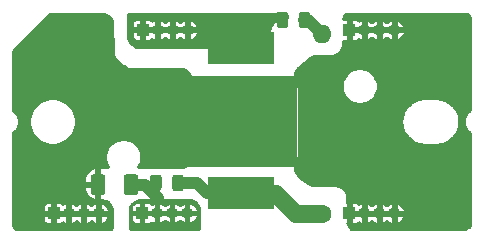
<source format=gbr>
G04 #@! TF.GenerationSoftware,KiCad,Pcbnew,5.1.9-73d0e3b20d~88~ubuntu20.04.1*
G04 #@! TF.CreationDate,2021-02-03T01:27:43+08:00*
G04 #@! TF.ProjectId,ic7000_drive,69633730-3030-45f6-9472-6976652e6b69,B*
G04 #@! TF.SameCoordinates,Original*
G04 #@! TF.FileFunction,Copper,L1,Top*
G04 #@! TF.FilePolarity,Positive*
%FSLAX46Y46*%
G04 Gerber Fmt 4.6, Leading zero omitted, Abs format (unit mm)*
G04 Created by KiCad (PCBNEW 5.1.9-73d0e3b20d~88~ubuntu20.04.1) date 2021-02-03 01:27:43*
%MOMM*%
%LPD*%
G01*
G04 APERTURE LIST*
G04 #@! TA.AperFunction,SMDPad,CuDef*
%ADD10R,9.601200X7.493000*%
G04 #@! TD*
G04 #@! TA.AperFunction,SMDPad,CuDef*
%ADD11R,5.688800X2.775699*%
G04 #@! TD*
G04 #@! TA.AperFunction,ComponentPad*
%ADD12O,1.600000X1.600000*%
G04 #@! TD*
G04 #@! TA.AperFunction,ComponentPad*
%ADD13C,1.600000*%
G04 #@! TD*
G04 #@! TA.AperFunction,ComponentPad*
%ADD14O,1.000000X1.000000*%
G04 #@! TD*
G04 #@! TA.AperFunction,ComponentPad*
%ADD15R,1.000000X1.000000*%
G04 #@! TD*
G04 #@! TA.AperFunction,ViaPad*
%ADD16C,0.800000*%
G04 #@! TD*
G04 #@! TA.AperFunction,Conductor*
%ADD17C,1.000000*%
G04 #@! TD*
G04 #@! TA.AperFunction,Conductor*
%ADD18C,0.500000*%
G04 #@! TD*
G04 #@! TA.AperFunction,Conductor*
%ADD19C,1.500000*%
G04 #@! TD*
G04 #@! TA.AperFunction,Conductor*
%ADD20C,0.254000*%
G04 #@! TD*
G04 #@! TA.AperFunction,Conductor*
%ADD21C,0.100000*%
G04 #@! TD*
G04 APERTURE END LIST*
D10*
X124000000Y-66100000D03*
D11*
X124000000Y-59962349D03*
X124000000Y-72237651D03*
G04 #@! TA.AperFunction,SMDPad,CuDef*
G36*
G01*
X118137500Y-71806250D02*
X118137500Y-70893750D01*
G75*
G02*
X118381250Y-70650000I243750J0D01*
G01*
X118868750Y-70650000D01*
G75*
G02*
X119112500Y-70893750I0J-243750D01*
G01*
X119112500Y-71806250D01*
G75*
G02*
X118868750Y-72050000I-243750J0D01*
G01*
X118381250Y-72050000D01*
G75*
G02*
X118137500Y-71806250I0J243750D01*
G01*
G37*
G04 #@! TD.AperFunction*
G04 #@! TA.AperFunction,SMDPad,CuDef*
G36*
G01*
X116262500Y-71806250D02*
X116262500Y-70893750D01*
G75*
G02*
X116506250Y-70650000I243750J0D01*
G01*
X116993750Y-70650000D01*
G75*
G02*
X117237500Y-70893750I0J-243750D01*
G01*
X117237500Y-71806250D01*
G75*
G02*
X116993750Y-72050000I-243750J0D01*
G01*
X116506250Y-72050000D01*
G75*
G02*
X116262500Y-71806250I0J243750D01*
G01*
G37*
G04 #@! TD.AperFunction*
D12*
X130800000Y-58760000D03*
D13*
X130800000Y-74000000D03*
D14*
X111910000Y-73900000D03*
X110640000Y-73900000D03*
X109370000Y-73900000D03*
D15*
X108100000Y-73900000D03*
D14*
X136920000Y-58400000D03*
X135650000Y-58400000D03*
X134380000Y-58400000D03*
D15*
X133110000Y-58400000D03*
D14*
X136920000Y-73900000D03*
X135650000Y-73900000D03*
X134380000Y-73900000D03*
D15*
X133110000Y-73900000D03*
D14*
X119440000Y-58400000D03*
X118170000Y-58400000D03*
X116900000Y-58400000D03*
D15*
X115630000Y-58400000D03*
X115610000Y-73900000D03*
D14*
X116880000Y-73900000D03*
X118150000Y-73900000D03*
X119420000Y-73900000D03*
G04 #@! TA.AperFunction,SMDPad,CuDef*
G36*
G01*
X112475000Y-70875000D02*
X112475000Y-72125000D01*
G75*
G02*
X112225000Y-72375000I-250000J0D01*
G01*
X111475000Y-72375000D01*
G75*
G02*
X111225000Y-72125000I0J250000D01*
G01*
X111225000Y-70875000D01*
G75*
G02*
X111475000Y-70625000I250000J0D01*
G01*
X112225000Y-70625000D01*
G75*
G02*
X112475000Y-70875000I0J-250000D01*
G01*
G37*
G04 #@! TD.AperFunction*
G04 #@! TA.AperFunction,SMDPad,CuDef*
G36*
G01*
X115275000Y-70875000D02*
X115275000Y-72125000D01*
G75*
G02*
X115025000Y-72375000I-250000J0D01*
G01*
X114275000Y-72375000D01*
G75*
G02*
X114025000Y-72125000I0J250000D01*
G01*
X114025000Y-70875000D01*
G75*
G02*
X114275000Y-70625000I250000J0D01*
G01*
X115025000Y-70625000D01*
G75*
G02*
X115275000Y-70875000I0J-250000D01*
G01*
G37*
G04 #@! TD.AperFunction*
G04 #@! TA.AperFunction,SMDPad,CuDef*
G36*
G01*
X127950000Y-57093750D02*
X127950000Y-58006250D01*
G75*
G02*
X127706250Y-58250000I-243750J0D01*
G01*
X127218750Y-58250000D01*
G75*
G02*
X126975000Y-58006250I0J243750D01*
G01*
X126975000Y-57093750D01*
G75*
G02*
X127218750Y-56850000I243750J0D01*
G01*
X127706250Y-56850000D01*
G75*
G02*
X127950000Y-57093750I0J-243750D01*
G01*
G37*
G04 #@! TD.AperFunction*
G04 #@! TA.AperFunction,SMDPad,CuDef*
G36*
G01*
X129825000Y-57093750D02*
X129825000Y-58006250D01*
G75*
G02*
X129581250Y-58250000I-243750J0D01*
G01*
X129093750Y-58250000D01*
G75*
G02*
X128850000Y-58006250I0J243750D01*
G01*
X128850000Y-57093750D01*
G75*
G02*
X129093750Y-56850000I243750J0D01*
G01*
X129581250Y-56850000D01*
G75*
G02*
X129825000Y-57093750I0J-243750D01*
G01*
G37*
G04 #@! TD.AperFunction*
D16*
X107500000Y-59000000D03*
X108450000Y-59000000D03*
X109400000Y-59000000D03*
X110350000Y-59000000D03*
X111300000Y-59000000D03*
X112250000Y-59000000D03*
X133700000Y-60150000D03*
X134800000Y-60150000D03*
X135950000Y-60150000D03*
X137050000Y-60150000D03*
X138100000Y-60150000D03*
X135150000Y-72050000D03*
X136200000Y-72050000D03*
X137250000Y-72050000D03*
X138250000Y-72050000D03*
X139250000Y-72050000D03*
X105950000Y-72000000D03*
X109950000Y-72000000D03*
X108950000Y-72000000D03*
X107950000Y-72000000D03*
X106950000Y-72000000D03*
D17*
X129640000Y-57550000D02*
X130850000Y-58760000D01*
X129337500Y-57550000D02*
X129640000Y-57550000D01*
D18*
X111850000Y-69800000D02*
X111850000Y-71500000D01*
X110450000Y-71500000D02*
X111850000Y-71500000D01*
X111850000Y-71500000D02*
X111850000Y-72850000D01*
D17*
X114650000Y-71500000D02*
X115800000Y-71500000D01*
X115800000Y-71500000D02*
X116900000Y-72600000D01*
X118625000Y-71350000D02*
X120250000Y-71350000D01*
X120250000Y-71350000D02*
X121100000Y-72200000D01*
D19*
X130800000Y-74000000D02*
X128600000Y-74000000D01*
X128600000Y-74000000D02*
X126900000Y-72300000D01*
D20*
X112385641Y-57070833D02*
X112547069Y-57120752D01*
X112695844Y-57200853D01*
X112826389Y-57308134D01*
X112933804Y-57438566D01*
X113014061Y-57587261D01*
X113064148Y-57748636D01*
X113082847Y-57922792D01*
X113105693Y-60215001D01*
X113106638Y-60229246D01*
X113134054Y-60452039D01*
X113140689Y-60479764D01*
X113217109Y-60690828D01*
X113229762Y-60716375D01*
X113351335Y-60905075D01*
X113369367Y-60927155D01*
X113529968Y-61083984D01*
X113540727Y-61093369D01*
X114014702Y-61462016D01*
X114026155Y-61469956D01*
X114212840Y-61584735D01*
X114238004Y-61596626D01*
X114445209Y-61667984D01*
X114472359Y-61674108D01*
X114690131Y-61698617D01*
X114704045Y-61699414D01*
X118851606Y-61708862D01*
X119027090Y-61726459D01*
X119189867Y-61775971D01*
X119339935Y-61856133D01*
X119471591Y-61963900D01*
X119579825Y-62095168D01*
X119660522Y-62244949D01*
X119710615Y-62407547D01*
X119728839Y-62582971D01*
X119729756Y-62739738D01*
X119700000Y-62736807D01*
X119667581Y-62740000D01*
X119570617Y-62749550D01*
X119446207Y-62787290D01*
X119331550Y-62848575D01*
X119231052Y-62931052D01*
X119148575Y-63031550D01*
X119087290Y-63146207D01*
X119049550Y-63270617D01*
X119036807Y-63400000D01*
X119040000Y-63432419D01*
X119040001Y-68867571D01*
X119036807Y-68900000D01*
X119049550Y-69029383D01*
X119087290Y-69153793D01*
X119148575Y-69268450D01*
X119231052Y-69368948D01*
X119331550Y-69451425D01*
X119446207Y-69512710D01*
X119570617Y-69550450D01*
X119651392Y-69558406D01*
X119621112Y-69615573D01*
X119512556Y-69748646D01*
X119380033Y-69857876D01*
X119228678Y-69939027D01*
X119064362Y-69988954D01*
X118887180Y-70006339D01*
X115927786Y-70004012D01*
X115923136Y-70003996D01*
X115263301Y-70000004D01*
X115349340Y-69871237D01*
X115464119Y-69594136D01*
X115522633Y-69299966D01*
X115522633Y-69000034D01*
X115464119Y-68705864D01*
X115349340Y-68428763D01*
X115182706Y-68179378D01*
X114970622Y-67967294D01*
X114721237Y-67800660D01*
X114444136Y-67685881D01*
X114149966Y-67627367D01*
X113850034Y-67627367D01*
X113555864Y-67685881D01*
X113278763Y-67800660D01*
X113029378Y-67967294D01*
X112817294Y-68179378D01*
X112650660Y-68428763D01*
X112535881Y-68705864D01*
X112477367Y-69000034D01*
X112477367Y-69299966D01*
X112535881Y-69594136D01*
X112650660Y-69871237D01*
X112726443Y-69984654D01*
X111808028Y-69979097D01*
X111795520Y-69979639D01*
X111599427Y-69997844D01*
X111574871Y-70002597D01*
X111386148Y-70058880D01*
X111363000Y-70068354D01*
X111188968Y-70160532D01*
X111168127Y-70174357D01*
X111015534Y-70298853D01*
X110997806Y-70316496D01*
X110872571Y-70468483D01*
X110858644Y-70489258D01*
X110765624Y-70662842D01*
X110756039Y-70685942D01*
X110698841Y-70874389D01*
X110693968Y-70898922D01*
X110674812Y-71094924D01*
X110674210Y-71107429D01*
X110674923Y-71701707D01*
X110675550Y-71714160D01*
X110695014Y-71909300D01*
X110699904Y-71933720D01*
X110757077Y-72121309D01*
X110766639Y-72144307D01*
X110859324Y-72317131D01*
X110873190Y-72337819D01*
X110997821Y-72489231D01*
X111015459Y-72506816D01*
X111167243Y-72630993D01*
X111187973Y-72644797D01*
X111361074Y-72736963D01*
X111384100Y-72746456D01*
X111571859Y-72803067D01*
X111596294Y-72807884D01*
X111791492Y-72826763D01*
X111803946Y-72827353D01*
X112174392Y-72826688D01*
X112352655Y-72844105D01*
X112517935Y-72894469D01*
X112670043Y-72976417D01*
X112803022Y-73086741D01*
X112911646Y-73221105D01*
X112991660Y-73374245D01*
X113039921Y-73540145D01*
X113055077Y-73718623D01*
X113036982Y-74967884D01*
X113018043Y-75139350D01*
X112986792Y-75240000D01*
X105032279Y-75240000D01*
X104934576Y-75230420D01*
X104871643Y-75211420D01*
X104813594Y-75180554D01*
X104762657Y-75139011D01*
X104720752Y-75088356D01*
X104689485Y-75030529D01*
X104670044Y-74967728D01*
X104660000Y-74872165D01*
X104660000Y-74400000D01*
X107170934Y-74400000D01*
X107179178Y-74483707D01*
X107203595Y-74564196D01*
X107243245Y-74638376D01*
X107296605Y-74703395D01*
X107361624Y-74756755D01*
X107435804Y-74796405D01*
X107516293Y-74820822D01*
X107600000Y-74829066D01*
X107866250Y-74827000D01*
X107973000Y-74720250D01*
X107973000Y-74027000D01*
X108227000Y-74027000D01*
X108227000Y-74720250D01*
X108333750Y-74827000D01*
X108600000Y-74829066D01*
X108683707Y-74820822D01*
X108764196Y-74796405D01*
X108838376Y-74756755D01*
X108903395Y-74703395D01*
X108906382Y-74699755D01*
X108933001Y-74717542D01*
X109100916Y-74787087D01*
X109243000Y-74710359D01*
X109243000Y-74027000D01*
X109497000Y-74027000D01*
X109497000Y-74710359D01*
X109639084Y-74787087D01*
X109806999Y-74717542D01*
X109958097Y-74616579D01*
X110005000Y-74569675D01*
X110051903Y-74616579D01*
X110203001Y-74717542D01*
X110370916Y-74787087D01*
X110513000Y-74710359D01*
X110513000Y-74027000D01*
X110767000Y-74027000D01*
X110767000Y-74710359D01*
X110909084Y-74787087D01*
X111076999Y-74717542D01*
X111228097Y-74616579D01*
X111275000Y-74569675D01*
X111321903Y-74616579D01*
X111473001Y-74717542D01*
X111640916Y-74787087D01*
X111783000Y-74710359D01*
X111783000Y-74027000D01*
X112037000Y-74027000D01*
X112037000Y-74710359D01*
X112179084Y-74787087D01*
X112346999Y-74717542D01*
X112498097Y-74616579D01*
X112626594Y-74488078D01*
X112727553Y-74336978D01*
X112797094Y-74169085D01*
X112721517Y-74027000D01*
X112037000Y-74027000D01*
X111783000Y-74027000D01*
X110767000Y-74027000D01*
X110513000Y-74027000D01*
X109497000Y-74027000D01*
X109243000Y-74027000D01*
X108227000Y-74027000D01*
X107973000Y-74027000D01*
X107279750Y-74027000D01*
X107173000Y-74133750D01*
X107170934Y-74400000D01*
X104660000Y-74400000D01*
X104660000Y-73400000D01*
X107170934Y-73400000D01*
X107173000Y-73666250D01*
X107279750Y-73773000D01*
X107973000Y-73773000D01*
X107973000Y-73079750D01*
X108227000Y-73079750D01*
X108227000Y-73773000D01*
X109243000Y-73773000D01*
X109243000Y-73089641D01*
X109497000Y-73089641D01*
X109497000Y-73773000D01*
X110513000Y-73773000D01*
X110513000Y-73089641D01*
X110767000Y-73089641D01*
X110767000Y-73773000D01*
X111783000Y-73773000D01*
X111783000Y-73089641D01*
X112037000Y-73089641D01*
X112037000Y-73773000D01*
X112721517Y-73773000D01*
X112797094Y-73630915D01*
X112727553Y-73463022D01*
X112626594Y-73311922D01*
X112498097Y-73183421D01*
X112346999Y-73082458D01*
X112179084Y-73012913D01*
X112037000Y-73089641D01*
X111783000Y-73089641D01*
X111640916Y-73012913D01*
X111473001Y-73082458D01*
X111321903Y-73183421D01*
X111275000Y-73230325D01*
X111228097Y-73183421D01*
X111076999Y-73082458D01*
X110909084Y-73012913D01*
X110767000Y-73089641D01*
X110513000Y-73089641D01*
X110370916Y-73012913D01*
X110203001Y-73082458D01*
X110051903Y-73183421D01*
X110005000Y-73230325D01*
X109958097Y-73183421D01*
X109806999Y-73082458D01*
X109639084Y-73012913D01*
X109497000Y-73089641D01*
X109243000Y-73089641D01*
X109100916Y-73012913D01*
X108933001Y-73082458D01*
X108906382Y-73100245D01*
X108903395Y-73096605D01*
X108838376Y-73043245D01*
X108764196Y-73003595D01*
X108683707Y-72979178D01*
X108600000Y-72970934D01*
X108333750Y-72973000D01*
X108227000Y-73079750D01*
X107973000Y-73079750D01*
X107866250Y-72973000D01*
X107600000Y-72970934D01*
X107516293Y-72979178D01*
X107435804Y-73003595D01*
X107361624Y-73043245D01*
X107296605Y-73096605D01*
X107243245Y-73161624D01*
X107203595Y-73235804D01*
X107179178Y-73316293D01*
X107170934Y-73400000D01*
X104660000Y-73400000D01*
X104660000Y-67100346D01*
X104699626Y-67074019D01*
X104706719Y-67068149D01*
X104706723Y-67068147D01*
X104706726Y-67068144D01*
X104781478Y-67005419D01*
X104823321Y-66962690D01*
X104865774Y-66920533D01*
X104871598Y-66913391D01*
X104871601Y-66913388D01*
X104871604Y-66913384D01*
X104932744Y-66837341D01*
X104965487Y-66787305D01*
X104998951Y-66737693D01*
X105003277Y-66729557D01*
X105048487Y-66643077D01*
X105070890Y-66587626D01*
X105094075Y-66532473D01*
X105096738Y-66523651D01*
X105124290Y-66430040D01*
X105135495Y-66371305D01*
X105147529Y-66312678D01*
X105148428Y-66303507D01*
X105157272Y-66206324D01*
X105156854Y-66146509D01*
X105157272Y-66086693D01*
X105156373Y-66077522D01*
X105146173Y-65980473D01*
X105141135Y-65955926D01*
X106029534Y-65955926D01*
X106029534Y-66344074D01*
X106105258Y-66724764D01*
X106253796Y-67083366D01*
X106469439Y-67406099D01*
X106743901Y-67680561D01*
X107066634Y-67896204D01*
X107425236Y-68044742D01*
X107805926Y-68120466D01*
X108194074Y-68120466D01*
X108574764Y-68044742D01*
X108933366Y-67896204D01*
X109256099Y-67680561D01*
X109530561Y-67406099D01*
X109746204Y-67083366D01*
X109894742Y-66724764D01*
X109970466Y-66344074D01*
X109970466Y-65955926D01*
X109894742Y-65575236D01*
X109746204Y-65216634D01*
X109530561Y-64893901D01*
X109256099Y-64619439D01*
X108933366Y-64403796D01*
X108574764Y-64255258D01*
X108194074Y-64179534D01*
X107805926Y-64179534D01*
X107425236Y-64255258D01*
X107066634Y-64403796D01*
X106743901Y-64619439D01*
X106469439Y-64893901D01*
X106253796Y-65216634D01*
X106105258Y-65575236D01*
X106029534Y-65955926D01*
X105141135Y-65955926D01*
X105134140Y-65921854D01*
X105122936Y-65863116D01*
X105120272Y-65854294D01*
X105091416Y-65761075D01*
X105068238Y-65705937D01*
X105045825Y-65650463D01*
X105041498Y-65642327D01*
X104995085Y-65556489D01*
X104961645Y-65506913D01*
X104928881Y-65456844D01*
X104923057Y-65449703D01*
X104860855Y-65374514D01*
X104818406Y-65332361D01*
X104776561Y-65289629D01*
X104769460Y-65283755D01*
X104693839Y-65222079D01*
X104660000Y-65199596D01*
X104660000Y-60173380D01*
X107773381Y-57060000D01*
X112283753Y-57060000D01*
X112385641Y-57070833D01*
G04 #@! TA.AperFunction,Conductor*
D21*
G36*
X112385641Y-57070833D02*
G01*
X112547069Y-57120752D01*
X112695844Y-57200853D01*
X112826389Y-57308134D01*
X112933804Y-57438566D01*
X113014061Y-57587261D01*
X113064148Y-57748636D01*
X113082847Y-57922792D01*
X113105693Y-60215001D01*
X113106638Y-60229246D01*
X113134054Y-60452039D01*
X113140689Y-60479764D01*
X113217109Y-60690828D01*
X113229762Y-60716375D01*
X113351335Y-60905075D01*
X113369367Y-60927155D01*
X113529968Y-61083984D01*
X113540727Y-61093369D01*
X114014702Y-61462016D01*
X114026155Y-61469956D01*
X114212840Y-61584735D01*
X114238004Y-61596626D01*
X114445209Y-61667984D01*
X114472359Y-61674108D01*
X114690131Y-61698617D01*
X114704045Y-61699414D01*
X118851606Y-61708862D01*
X119027090Y-61726459D01*
X119189867Y-61775971D01*
X119339935Y-61856133D01*
X119471591Y-61963900D01*
X119579825Y-62095168D01*
X119660522Y-62244949D01*
X119710615Y-62407547D01*
X119728839Y-62582971D01*
X119729756Y-62739738D01*
X119700000Y-62736807D01*
X119667581Y-62740000D01*
X119570617Y-62749550D01*
X119446207Y-62787290D01*
X119331550Y-62848575D01*
X119231052Y-62931052D01*
X119148575Y-63031550D01*
X119087290Y-63146207D01*
X119049550Y-63270617D01*
X119036807Y-63400000D01*
X119040000Y-63432419D01*
X119040001Y-68867571D01*
X119036807Y-68900000D01*
X119049550Y-69029383D01*
X119087290Y-69153793D01*
X119148575Y-69268450D01*
X119231052Y-69368948D01*
X119331550Y-69451425D01*
X119446207Y-69512710D01*
X119570617Y-69550450D01*
X119651392Y-69558406D01*
X119621112Y-69615573D01*
X119512556Y-69748646D01*
X119380033Y-69857876D01*
X119228678Y-69939027D01*
X119064362Y-69988954D01*
X118887180Y-70006339D01*
X115927786Y-70004012D01*
X115923136Y-70003996D01*
X115263301Y-70000004D01*
X115349340Y-69871237D01*
X115464119Y-69594136D01*
X115522633Y-69299966D01*
X115522633Y-69000034D01*
X115464119Y-68705864D01*
X115349340Y-68428763D01*
X115182706Y-68179378D01*
X114970622Y-67967294D01*
X114721237Y-67800660D01*
X114444136Y-67685881D01*
X114149966Y-67627367D01*
X113850034Y-67627367D01*
X113555864Y-67685881D01*
X113278763Y-67800660D01*
X113029378Y-67967294D01*
X112817294Y-68179378D01*
X112650660Y-68428763D01*
X112535881Y-68705864D01*
X112477367Y-69000034D01*
X112477367Y-69299966D01*
X112535881Y-69594136D01*
X112650660Y-69871237D01*
X112726443Y-69984654D01*
X111808028Y-69979097D01*
X111795520Y-69979639D01*
X111599427Y-69997844D01*
X111574871Y-70002597D01*
X111386148Y-70058880D01*
X111363000Y-70068354D01*
X111188968Y-70160532D01*
X111168127Y-70174357D01*
X111015534Y-70298853D01*
X110997806Y-70316496D01*
X110872571Y-70468483D01*
X110858644Y-70489258D01*
X110765624Y-70662842D01*
X110756039Y-70685942D01*
X110698841Y-70874389D01*
X110693968Y-70898922D01*
X110674812Y-71094924D01*
X110674210Y-71107429D01*
X110674923Y-71701707D01*
X110675550Y-71714160D01*
X110695014Y-71909300D01*
X110699904Y-71933720D01*
X110757077Y-72121309D01*
X110766639Y-72144307D01*
X110859324Y-72317131D01*
X110873190Y-72337819D01*
X110997821Y-72489231D01*
X111015459Y-72506816D01*
X111167243Y-72630993D01*
X111187973Y-72644797D01*
X111361074Y-72736963D01*
X111384100Y-72746456D01*
X111571859Y-72803067D01*
X111596294Y-72807884D01*
X111791492Y-72826763D01*
X111803946Y-72827353D01*
X112174392Y-72826688D01*
X112352655Y-72844105D01*
X112517935Y-72894469D01*
X112670043Y-72976417D01*
X112803022Y-73086741D01*
X112911646Y-73221105D01*
X112991660Y-73374245D01*
X113039921Y-73540145D01*
X113055077Y-73718623D01*
X113036982Y-74967884D01*
X113018043Y-75139350D01*
X112986792Y-75240000D01*
X105032279Y-75240000D01*
X104934576Y-75230420D01*
X104871643Y-75211420D01*
X104813594Y-75180554D01*
X104762657Y-75139011D01*
X104720752Y-75088356D01*
X104689485Y-75030529D01*
X104670044Y-74967728D01*
X104660000Y-74872165D01*
X104660000Y-74400000D01*
X107170934Y-74400000D01*
X107179178Y-74483707D01*
X107203595Y-74564196D01*
X107243245Y-74638376D01*
X107296605Y-74703395D01*
X107361624Y-74756755D01*
X107435804Y-74796405D01*
X107516293Y-74820822D01*
X107600000Y-74829066D01*
X107866250Y-74827000D01*
X107973000Y-74720250D01*
X107973000Y-74027000D01*
X108227000Y-74027000D01*
X108227000Y-74720250D01*
X108333750Y-74827000D01*
X108600000Y-74829066D01*
X108683707Y-74820822D01*
X108764196Y-74796405D01*
X108838376Y-74756755D01*
X108903395Y-74703395D01*
X108906382Y-74699755D01*
X108933001Y-74717542D01*
X109100916Y-74787087D01*
X109243000Y-74710359D01*
X109243000Y-74027000D01*
X109497000Y-74027000D01*
X109497000Y-74710359D01*
X109639084Y-74787087D01*
X109806999Y-74717542D01*
X109958097Y-74616579D01*
X110005000Y-74569675D01*
X110051903Y-74616579D01*
X110203001Y-74717542D01*
X110370916Y-74787087D01*
X110513000Y-74710359D01*
X110513000Y-74027000D01*
X110767000Y-74027000D01*
X110767000Y-74710359D01*
X110909084Y-74787087D01*
X111076999Y-74717542D01*
X111228097Y-74616579D01*
X111275000Y-74569675D01*
X111321903Y-74616579D01*
X111473001Y-74717542D01*
X111640916Y-74787087D01*
X111783000Y-74710359D01*
X111783000Y-74027000D01*
X112037000Y-74027000D01*
X112037000Y-74710359D01*
X112179084Y-74787087D01*
X112346999Y-74717542D01*
X112498097Y-74616579D01*
X112626594Y-74488078D01*
X112727553Y-74336978D01*
X112797094Y-74169085D01*
X112721517Y-74027000D01*
X112037000Y-74027000D01*
X111783000Y-74027000D01*
X110767000Y-74027000D01*
X110513000Y-74027000D01*
X109497000Y-74027000D01*
X109243000Y-74027000D01*
X108227000Y-74027000D01*
X107973000Y-74027000D01*
X107279750Y-74027000D01*
X107173000Y-74133750D01*
X107170934Y-74400000D01*
X104660000Y-74400000D01*
X104660000Y-73400000D01*
X107170934Y-73400000D01*
X107173000Y-73666250D01*
X107279750Y-73773000D01*
X107973000Y-73773000D01*
X107973000Y-73079750D01*
X108227000Y-73079750D01*
X108227000Y-73773000D01*
X109243000Y-73773000D01*
X109243000Y-73089641D01*
X109497000Y-73089641D01*
X109497000Y-73773000D01*
X110513000Y-73773000D01*
X110513000Y-73089641D01*
X110767000Y-73089641D01*
X110767000Y-73773000D01*
X111783000Y-73773000D01*
X111783000Y-73089641D01*
X112037000Y-73089641D01*
X112037000Y-73773000D01*
X112721517Y-73773000D01*
X112797094Y-73630915D01*
X112727553Y-73463022D01*
X112626594Y-73311922D01*
X112498097Y-73183421D01*
X112346999Y-73082458D01*
X112179084Y-73012913D01*
X112037000Y-73089641D01*
X111783000Y-73089641D01*
X111640916Y-73012913D01*
X111473001Y-73082458D01*
X111321903Y-73183421D01*
X111275000Y-73230325D01*
X111228097Y-73183421D01*
X111076999Y-73082458D01*
X110909084Y-73012913D01*
X110767000Y-73089641D01*
X110513000Y-73089641D01*
X110370916Y-73012913D01*
X110203001Y-73082458D01*
X110051903Y-73183421D01*
X110005000Y-73230325D01*
X109958097Y-73183421D01*
X109806999Y-73082458D01*
X109639084Y-73012913D01*
X109497000Y-73089641D01*
X109243000Y-73089641D01*
X109100916Y-73012913D01*
X108933001Y-73082458D01*
X108906382Y-73100245D01*
X108903395Y-73096605D01*
X108838376Y-73043245D01*
X108764196Y-73003595D01*
X108683707Y-72979178D01*
X108600000Y-72970934D01*
X108333750Y-72973000D01*
X108227000Y-73079750D01*
X107973000Y-73079750D01*
X107866250Y-72973000D01*
X107600000Y-72970934D01*
X107516293Y-72979178D01*
X107435804Y-73003595D01*
X107361624Y-73043245D01*
X107296605Y-73096605D01*
X107243245Y-73161624D01*
X107203595Y-73235804D01*
X107179178Y-73316293D01*
X107170934Y-73400000D01*
X104660000Y-73400000D01*
X104660000Y-67100346D01*
X104699626Y-67074019D01*
X104706719Y-67068149D01*
X104706723Y-67068147D01*
X104706726Y-67068144D01*
X104781478Y-67005419D01*
X104823321Y-66962690D01*
X104865774Y-66920533D01*
X104871598Y-66913391D01*
X104871601Y-66913388D01*
X104871604Y-66913384D01*
X104932744Y-66837341D01*
X104965487Y-66787305D01*
X104998951Y-66737693D01*
X105003277Y-66729557D01*
X105048487Y-66643077D01*
X105070890Y-66587626D01*
X105094075Y-66532473D01*
X105096738Y-66523651D01*
X105124290Y-66430040D01*
X105135495Y-66371305D01*
X105147529Y-66312678D01*
X105148428Y-66303507D01*
X105157272Y-66206324D01*
X105156854Y-66146509D01*
X105157272Y-66086693D01*
X105156373Y-66077522D01*
X105146173Y-65980473D01*
X105141135Y-65955926D01*
X106029534Y-65955926D01*
X106029534Y-66344074D01*
X106105258Y-66724764D01*
X106253796Y-67083366D01*
X106469439Y-67406099D01*
X106743901Y-67680561D01*
X107066634Y-67896204D01*
X107425236Y-68044742D01*
X107805926Y-68120466D01*
X108194074Y-68120466D01*
X108574764Y-68044742D01*
X108933366Y-67896204D01*
X109256099Y-67680561D01*
X109530561Y-67406099D01*
X109746204Y-67083366D01*
X109894742Y-66724764D01*
X109970466Y-66344074D01*
X109970466Y-65955926D01*
X109894742Y-65575236D01*
X109746204Y-65216634D01*
X109530561Y-64893901D01*
X109256099Y-64619439D01*
X108933366Y-64403796D01*
X108574764Y-64255258D01*
X108194074Y-64179534D01*
X107805926Y-64179534D01*
X107425236Y-64255258D01*
X107066634Y-64403796D01*
X106743901Y-64619439D01*
X106469439Y-64893901D01*
X106253796Y-65216634D01*
X106105258Y-65575236D01*
X106029534Y-65955926D01*
X105141135Y-65955926D01*
X105134140Y-65921854D01*
X105122936Y-65863116D01*
X105120272Y-65854294D01*
X105091416Y-65761075D01*
X105068238Y-65705937D01*
X105045825Y-65650463D01*
X105041498Y-65642327D01*
X104995085Y-65556489D01*
X104961645Y-65506913D01*
X104928881Y-65456844D01*
X104923057Y-65449703D01*
X104860855Y-65374514D01*
X104818406Y-65332361D01*
X104776561Y-65289629D01*
X104769460Y-65283755D01*
X104693839Y-65222079D01*
X104660000Y-65199596D01*
X104660000Y-60173380D01*
X107773381Y-57060000D01*
X112283753Y-57060000D01*
X112385641Y-57070833D01*
G37*
G04 #@! TD.AperFunction*
D20*
X143065424Y-57069580D02*
X143128356Y-57088580D01*
X143186405Y-57119445D01*
X143237343Y-57160989D01*
X143279248Y-57211644D01*
X143310515Y-57269471D01*
X143329956Y-57332272D01*
X143340000Y-57427835D01*
X143340000Y-58232418D01*
X143340001Y-58232428D01*
X143340000Y-62832418D01*
X143340001Y-62832428D01*
X143340000Y-65199654D01*
X143300374Y-65225982D01*
X143293274Y-65231856D01*
X143218522Y-65294581D01*
X143176695Y-65337294D01*
X143134226Y-65379467D01*
X143128402Y-65386609D01*
X143067256Y-65462659D01*
X143034535Y-65512661D01*
X143001049Y-65562306D01*
X142996723Y-65570443D01*
X142951513Y-65656922D01*
X142929104Y-65712388D01*
X142905925Y-65767527D01*
X142903262Y-65776349D01*
X142875710Y-65869961D01*
X142864508Y-65928682D01*
X142852471Y-65987322D01*
X142851572Y-65996493D01*
X142842728Y-66093675D01*
X142843146Y-66153492D01*
X142842728Y-66213308D01*
X142843627Y-66222479D01*
X142853827Y-66319527D01*
X142865861Y-66378152D01*
X142877064Y-66436884D01*
X142879728Y-66445706D01*
X142908584Y-66538925D01*
X142931767Y-66594075D01*
X142954175Y-66649537D01*
X142958502Y-66657673D01*
X143004914Y-66743511D01*
X143038362Y-66793098D01*
X143071119Y-66843156D01*
X143076943Y-66850297D01*
X143139145Y-66925486D01*
X143181594Y-66967639D01*
X143223439Y-67010371D01*
X143230540Y-67016245D01*
X143306160Y-67077921D01*
X143340001Y-67100405D01*
X143340000Y-69632418D01*
X143340001Y-69632428D01*
X143340000Y-74167581D01*
X143340000Y-74867721D01*
X143330420Y-74965424D01*
X143311420Y-75028357D01*
X143304996Y-75040439D01*
X143019897Y-75205163D01*
X142945483Y-75240000D01*
X133312430Y-75240000D01*
X133185441Y-75136672D01*
X133076000Y-75004203D01*
X132994651Y-74852860D01*
X132960945Y-74742305D01*
X132983000Y-74720250D01*
X132983000Y-74027000D01*
X133237000Y-74027000D01*
X133237000Y-74720250D01*
X133343750Y-74827000D01*
X133610000Y-74829066D01*
X133693707Y-74820822D01*
X133774196Y-74796405D01*
X133848376Y-74756755D01*
X133913395Y-74703395D01*
X133916382Y-74699755D01*
X133943001Y-74717542D01*
X134110916Y-74787087D01*
X134253000Y-74710359D01*
X134253000Y-74027000D01*
X134507000Y-74027000D01*
X134507000Y-74710359D01*
X134649084Y-74787087D01*
X134816999Y-74717542D01*
X134968097Y-74616579D01*
X135015000Y-74569675D01*
X135061903Y-74616579D01*
X135213001Y-74717542D01*
X135380916Y-74787087D01*
X135523000Y-74710359D01*
X135523000Y-74027000D01*
X135777000Y-74027000D01*
X135777000Y-74710359D01*
X135919084Y-74787087D01*
X136086999Y-74717542D01*
X136238097Y-74616579D01*
X136285000Y-74569675D01*
X136331903Y-74616579D01*
X136483001Y-74717542D01*
X136650916Y-74787087D01*
X136793000Y-74710359D01*
X136793000Y-74027000D01*
X137047000Y-74027000D01*
X137047000Y-74710359D01*
X137189084Y-74787087D01*
X137356999Y-74717542D01*
X137508097Y-74616579D01*
X137636594Y-74488078D01*
X137737553Y-74336978D01*
X137807094Y-74169085D01*
X137731517Y-74027000D01*
X137047000Y-74027000D01*
X136793000Y-74027000D01*
X135777000Y-74027000D01*
X135523000Y-74027000D01*
X134507000Y-74027000D01*
X134253000Y-74027000D01*
X133237000Y-74027000D01*
X132983000Y-74027000D01*
X132963000Y-74027000D01*
X132963000Y-73773000D01*
X132983000Y-73773000D01*
X132983000Y-73079750D01*
X133237000Y-73079750D01*
X133237000Y-73773000D01*
X134253000Y-73773000D01*
X134253000Y-73089641D01*
X134507000Y-73089641D01*
X134507000Y-73773000D01*
X135523000Y-73773000D01*
X135523000Y-73089641D01*
X135777000Y-73089641D01*
X135777000Y-73773000D01*
X136793000Y-73773000D01*
X136793000Y-73089641D01*
X137047000Y-73089641D01*
X137047000Y-73773000D01*
X137731517Y-73773000D01*
X137807094Y-73630915D01*
X137737553Y-73463022D01*
X137636594Y-73311922D01*
X137508097Y-73183421D01*
X137356999Y-73082458D01*
X137189084Y-73012913D01*
X137047000Y-73089641D01*
X136793000Y-73089641D01*
X136650916Y-73012913D01*
X136483001Y-73082458D01*
X136331903Y-73183421D01*
X136285000Y-73230325D01*
X136238097Y-73183421D01*
X136086999Y-73082458D01*
X135919084Y-73012913D01*
X135777000Y-73089641D01*
X135523000Y-73089641D01*
X135380916Y-73012913D01*
X135213001Y-73082458D01*
X135061903Y-73183421D01*
X135015000Y-73230325D01*
X134968097Y-73183421D01*
X134816999Y-73082458D01*
X134649084Y-73012913D01*
X134507000Y-73089641D01*
X134253000Y-73089641D01*
X134110916Y-73012913D01*
X133943001Y-73082458D01*
X133916382Y-73100245D01*
X133913395Y-73096605D01*
X133848376Y-73043245D01*
X133774196Y-73003595D01*
X133693707Y-72979178D01*
X133610000Y-72970934D01*
X133343750Y-72973000D01*
X133237000Y-73079750D01*
X132983000Y-73079750D01*
X132927000Y-73023750D01*
X132927000Y-72500000D01*
X132926218Y-72485929D01*
X132906251Y-72306821D01*
X132900054Y-72279370D01*
X132841133Y-72109056D01*
X132829042Y-72083645D01*
X132734061Y-71930488D01*
X132716670Y-71908361D01*
X132590291Y-71779882D01*
X132568457Y-71762131D01*
X132416888Y-71664637D01*
X132391677Y-71652128D01*
X132222357Y-71590408D01*
X132195013Y-71583759D01*
X132016259Y-71560841D01*
X132002203Y-71559827D01*
X130184388Y-71529853D01*
X130002864Y-71508384D01*
X129835499Y-71452885D01*
X129677111Y-71361634D01*
X128905907Y-70806500D01*
X128777521Y-70694279D01*
X128676203Y-70564717D01*
X128600998Y-70418433D01*
X128554589Y-70260641D01*
X128538034Y-70090934D01*
X128536269Y-69468626D01*
X128568450Y-69451425D01*
X128668948Y-69368948D01*
X128751425Y-69268450D01*
X128812710Y-69153793D01*
X128850450Y-69029383D01*
X128863193Y-68900000D01*
X128860000Y-68867581D01*
X128860000Y-66099258D01*
X137542748Y-66099258D01*
X137543166Y-66159075D01*
X137542748Y-66218892D01*
X137543647Y-66228064D01*
X137570167Y-66480389D01*
X137582205Y-66539031D01*
X137593405Y-66597747D01*
X137596068Y-66606569D01*
X137671095Y-66848938D01*
X137694265Y-66904056D01*
X137716683Y-66959545D01*
X137721009Y-66967681D01*
X137841682Y-67190862D01*
X137875150Y-67240480D01*
X137907889Y-67290511D01*
X137913713Y-67297652D01*
X138075438Y-67493143D01*
X138117872Y-67535282D01*
X138159735Y-67578031D01*
X138166836Y-67583904D01*
X138166839Y-67583907D01*
X138166843Y-67583909D01*
X138363450Y-67744260D01*
X138413238Y-67777339D01*
X138462634Y-67811161D01*
X138470741Y-67815544D01*
X138694759Y-67934656D01*
X138750062Y-67957450D01*
X138805044Y-67981016D01*
X138813847Y-67983741D01*
X139056733Y-68057073D01*
X139115418Y-68068693D01*
X139173926Y-68081129D01*
X139183089Y-68082092D01*
X139183091Y-68082092D01*
X139435596Y-68106850D01*
X139435598Y-68106850D01*
X139467581Y-68110000D01*
X140532419Y-68110000D01*
X140565683Y-68106724D01*
X140582555Y-68106724D01*
X140591720Y-68105760D01*
X140843853Y-68077479D01*
X140902354Y-68065044D01*
X140961046Y-68053423D01*
X140969849Y-68050698D01*
X141211688Y-67973982D01*
X141266685Y-67950410D01*
X141321974Y-67927622D01*
X141330080Y-67923239D01*
X141552414Y-67801011D01*
X141601794Y-67767199D01*
X141651598Y-67734110D01*
X141658699Y-67728236D01*
X141853056Y-67565150D01*
X141894899Y-67522420D01*
X141937352Y-67480264D01*
X141943176Y-67473122D01*
X142102156Y-67275392D01*
X142134916Y-67225330D01*
X142168362Y-67175744D01*
X142172688Y-67167607D01*
X142290234Y-66942764D01*
X142312653Y-66887274D01*
X142335823Y-66832155D01*
X142338487Y-66823333D01*
X142410121Y-66579940D01*
X142421333Y-66521166D01*
X142433358Y-66462585D01*
X142434257Y-66453414D01*
X142457252Y-66200742D01*
X142456834Y-66140925D01*
X142457252Y-66081108D01*
X142456353Y-66071936D01*
X142429833Y-65819611D01*
X142417794Y-65760962D01*
X142406595Y-65702253D01*
X142403932Y-65693431D01*
X142328906Y-65451062D01*
X142305716Y-65395898D01*
X142283317Y-65340456D01*
X142278991Y-65332319D01*
X142158318Y-65109138D01*
X142124865Y-65059543D01*
X142092111Y-65009489D01*
X142086287Y-65002348D01*
X141924562Y-64806857D01*
X141882128Y-64764718D01*
X141840265Y-64721969D01*
X141833164Y-64716095D01*
X141636549Y-64555740D01*
X141586733Y-64522642D01*
X141537366Y-64488839D01*
X141529259Y-64484456D01*
X141305241Y-64365344D01*
X141249950Y-64342555D01*
X141194956Y-64318984D01*
X141186153Y-64316259D01*
X140943267Y-64242927D01*
X140884582Y-64231307D01*
X140826074Y-64218871D01*
X140816911Y-64217908D01*
X140816909Y-64217908D01*
X140564404Y-64193150D01*
X140564402Y-64193150D01*
X140532419Y-64190000D01*
X139467581Y-64190000D01*
X139434309Y-64193277D01*
X139417445Y-64193277D01*
X139408280Y-64194240D01*
X139156146Y-64222521D01*
X139097638Y-64234957D01*
X139038953Y-64246577D01*
X139030150Y-64249302D01*
X138788312Y-64326018D01*
X138733315Y-64349590D01*
X138678026Y-64372378D01*
X138669920Y-64376761D01*
X138447587Y-64498989D01*
X138398224Y-64532789D01*
X138348402Y-64565890D01*
X138341302Y-64571764D01*
X138146944Y-64734850D01*
X138105118Y-64777563D01*
X138062648Y-64819736D01*
X138056824Y-64826878D01*
X137897844Y-65024608D01*
X137865084Y-65074670D01*
X137831638Y-65124256D01*
X137827312Y-65132393D01*
X137709767Y-65357236D01*
X137687371Y-65412668D01*
X137664177Y-65467844D01*
X137661514Y-65476666D01*
X137589879Y-65720060D01*
X137578666Y-65778841D01*
X137566642Y-65837415D01*
X137565743Y-65846587D01*
X137542748Y-66099258D01*
X128860000Y-66099258D01*
X128860000Y-63432419D01*
X128863193Y-63400000D01*
X128850450Y-63270617D01*
X128812710Y-63146207D01*
X128751425Y-63031550D01*
X128725561Y-63000034D01*
X132477367Y-63000034D01*
X132477367Y-63299966D01*
X132535881Y-63594136D01*
X132650660Y-63871237D01*
X132817294Y-64120622D01*
X133029378Y-64332706D01*
X133278763Y-64499340D01*
X133555864Y-64614119D01*
X133850034Y-64672633D01*
X134149966Y-64672633D01*
X134444136Y-64614119D01*
X134721237Y-64499340D01*
X134970622Y-64332706D01*
X135182706Y-64120622D01*
X135349340Y-63871237D01*
X135464119Y-63594136D01*
X135522633Y-63299966D01*
X135522633Y-63000034D01*
X135464119Y-62705864D01*
X135349340Y-62428763D01*
X135182706Y-62179378D01*
X134970622Y-61967294D01*
X134721237Y-61800660D01*
X134444136Y-61685881D01*
X134149966Y-61627367D01*
X133850034Y-61627367D01*
X133555864Y-61685881D01*
X133278763Y-61800660D01*
X133029378Y-61967294D01*
X132817294Y-62179378D01*
X132650660Y-62428763D01*
X132535881Y-62705864D01*
X132477367Y-63000034D01*
X128725561Y-63000034D01*
X128668948Y-62931052D01*
X128568450Y-62848575D01*
X128517419Y-62821298D01*
X128515831Y-62261352D01*
X128536421Y-62066901D01*
X128596136Y-61887992D01*
X128692912Y-61726106D01*
X128826980Y-61583759D01*
X129697667Y-60839898D01*
X129827729Y-60747313D01*
X129966959Y-60681447D01*
X130115589Y-60641091D01*
X130274615Y-60627000D01*
X131500000Y-60627000D01*
X131512448Y-60626388D01*
X131707538Y-60607173D01*
X131731956Y-60602317D01*
X131919549Y-60545412D01*
X131942550Y-60535884D01*
X132115437Y-60443474D01*
X132136138Y-60429642D01*
X132287675Y-60305279D01*
X132305279Y-60287675D01*
X132429642Y-60136138D01*
X132443474Y-60115437D01*
X132535884Y-59942550D01*
X132545412Y-59919549D01*
X132602317Y-59731956D01*
X132607173Y-59707538D01*
X132626388Y-59512448D01*
X132627000Y-59500000D01*
X132627000Y-59328934D01*
X132876250Y-59327000D01*
X132983000Y-59220250D01*
X132983000Y-58527000D01*
X133237000Y-58527000D01*
X133237000Y-59220250D01*
X133343750Y-59327000D01*
X133610000Y-59329066D01*
X133693707Y-59320822D01*
X133774196Y-59296405D01*
X133848376Y-59256755D01*
X133913395Y-59203395D01*
X133916382Y-59199755D01*
X133943001Y-59217542D01*
X134110916Y-59287087D01*
X134253000Y-59210359D01*
X134253000Y-58527000D01*
X134507000Y-58527000D01*
X134507000Y-59210359D01*
X134649084Y-59287087D01*
X134816999Y-59217542D01*
X134968097Y-59116579D01*
X135015000Y-59069675D01*
X135061903Y-59116579D01*
X135213001Y-59217542D01*
X135380916Y-59287087D01*
X135523000Y-59210359D01*
X135523000Y-58527000D01*
X135777000Y-58527000D01*
X135777000Y-59210359D01*
X135919084Y-59287087D01*
X136086999Y-59217542D01*
X136238097Y-59116579D01*
X136285000Y-59069675D01*
X136331903Y-59116579D01*
X136483001Y-59217542D01*
X136650916Y-59287087D01*
X136793000Y-59210359D01*
X136793000Y-58527000D01*
X137047000Y-58527000D01*
X137047000Y-59210359D01*
X137189084Y-59287087D01*
X137356999Y-59217542D01*
X137508097Y-59116579D01*
X137636594Y-58988078D01*
X137737553Y-58836978D01*
X137807094Y-58669085D01*
X137731517Y-58527000D01*
X137047000Y-58527000D01*
X136793000Y-58527000D01*
X135777000Y-58527000D01*
X135523000Y-58527000D01*
X134507000Y-58527000D01*
X134253000Y-58527000D01*
X133237000Y-58527000D01*
X132983000Y-58527000D01*
X132963000Y-58527000D01*
X132963000Y-58273000D01*
X132983000Y-58273000D01*
X132983000Y-57579750D01*
X133237000Y-57579750D01*
X133237000Y-58273000D01*
X134253000Y-58273000D01*
X134253000Y-57589641D01*
X134507000Y-57589641D01*
X134507000Y-58273000D01*
X135523000Y-58273000D01*
X135523000Y-57589641D01*
X135777000Y-57589641D01*
X135777000Y-58273000D01*
X136793000Y-58273000D01*
X136793000Y-57589641D01*
X137047000Y-57589641D01*
X137047000Y-58273000D01*
X137731517Y-58273000D01*
X137807094Y-58130915D01*
X137737553Y-57963022D01*
X137636594Y-57811922D01*
X137508097Y-57683421D01*
X137356999Y-57582458D01*
X137189084Y-57512913D01*
X137047000Y-57589641D01*
X136793000Y-57589641D01*
X136650916Y-57512913D01*
X136483001Y-57582458D01*
X136331903Y-57683421D01*
X136285000Y-57730325D01*
X136238097Y-57683421D01*
X136086999Y-57582458D01*
X135919084Y-57512913D01*
X135777000Y-57589641D01*
X135523000Y-57589641D01*
X135380916Y-57512913D01*
X135213001Y-57582458D01*
X135061903Y-57683421D01*
X135015000Y-57730325D01*
X134968097Y-57683421D01*
X134816999Y-57582458D01*
X134649084Y-57512913D01*
X134507000Y-57589641D01*
X134253000Y-57589641D01*
X134110916Y-57512913D01*
X133943001Y-57582458D01*
X133916382Y-57600245D01*
X133913395Y-57596605D01*
X133848376Y-57543245D01*
X133774196Y-57503595D01*
X133693707Y-57479178D01*
X133610000Y-57470934D01*
X133343750Y-57473000D01*
X133237000Y-57579750D01*
X132983000Y-57579750D01*
X132876250Y-57473000D01*
X132627680Y-57471071D01*
X132644939Y-57330300D01*
X132694899Y-57199938D01*
X132774238Y-57086412D01*
X132805605Y-57060000D01*
X142967721Y-57060000D01*
X143065424Y-57069580D01*
G04 #@! TA.AperFunction,Conductor*
D21*
G36*
X143065424Y-57069580D02*
G01*
X143128356Y-57088580D01*
X143186405Y-57119445D01*
X143237343Y-57160989D01*
X143279248Y-57211644D01*
X143310515Y-57269471D01*
X143329956Y-57332272D01*
X143340000Y-57427835D01*
X143340000Y-58232418D01*
X143340001Y-58232428D01*
X143340000Y-62832418D01*
X143340001Y-62832428D01*
X143340000Y-65199654D01*
X143300374Y-65225982D01*
X143293274Y-65231856D01*
X143218522Y-65294581D01*
X143176695Y-65337294D01*
X143134226Y-65379467D01*
X143128402Y-65386609D01*
X143067256Y-65462659D01*
X143034535Y-65512661D01*
X143001049Y-65562306D01*
X142996723Y-65570443D01*
X142951513Y-65656922D01*
X142929104Y-65712388D01*
X142905925Y-65767527D01*
X142903262Y-65776349D01*
X142875710Y-65869961D01*
X142864508Y-65928682D01*
X142852471Y-65987322D01*
X142851572Y-65996493D01*
X142842728Y-66093675D01*
X142843146Y-66153492D01*
X142842728Y-66213308D01*
X142843627Y-66222479D01*
X142853827Y-66319527D01*
X142865861Y-66378152D01*
X142877064Y-66436884D01*
X142879728Y-66445706D01*
X142908584Y-66538925D01*
X142931767Y-66594075D01*
X142954175Y-66649537D01*
X142958502Y-66657673D01*
X143004914Y-66743511D01*
X143038362Y-66793098D01*
X143071119Y-66843156D01*
X143076943Y-66850297D01*
X143139145Y-66925486D01*
X143181594Y-66967639D01*
X143223439Y-67010371D01*
X143230540Y-67016245D01*
X143306160Y-67077921D01*
X143340001Y-67100405D01*
X143340000Y-69632418D01*
X143340001Y-69632428D01*
X143340000Y-74167581D01*
X143340000Y-74867721D01*
X143330420Y-74965424D01*
X143311420Y-75028357D01*
X143304996Y-75040439D01*
X143019897Y-75205163D01*
X142945483Y-75240000D01*
X133312430Y-75240000D01*
X133185441Y-75136672D01*
X133076000Y-75004203D01*
X132994651Y-74852860D01*
X132960945Y-74742305D01*
X132983000Y-74720250D01*
X132983000Y-74027000D01*
X133237000Y-74027000D01*
X133237000Y-74720250D01*
X133343750Y-74827000D01*
X133610000Y-74829066D01*
X133693707Y-74820822D01*
X133774196Y-74796405D01*
X133848376Y-74756755D01*
X133913395Y-74703395D01*
X133916382Y-74699755D01*
X133943001Y-74717542D01*
X134110916Y-74787087D01*
X134253000Y-74710359D01*
X134253000Y-74027000D01*
X134507000Y-74027000D01*
X134507000Y-74710359D01*
X134649084Y-74787087D01*
X134816999Y-74717542D01*
X134968097Y-74616579D01*
X135015000Y-74569675D01*
X135061903Y-74616579D01*
X135213001Y-74717542D01*
X135380916Y-74787087D01*
X135523000Y-74710359D01*
X135523000Y-74027000D01*
X135777000Y-74027000D01*
X135777000Y-74710359D01*
X135919084Y-74787087D01*
X136086999Y-74717542D01*
X136238097Y-74616579D01*
X136285000Y-74569675D01*
X136331903Y-74616579D01*
X136483001Y-74717542D01*
X136650916Y-74787087D01*
X136793000Y-74710359D01*
X136793000Y-74027000D01*
X137047000Y-74027000D01*
X137047000Y-74710359D01*
X137189084Y-74787087D01*
X137356999Y-74717542D01*
X137508097Y-74616579D01*
X137636594Y-74488078D01*
X137737553Y-74336978D01*
X137807094Y-74169085D01*
X137731517Y-74027000D01*
X137047000Y-74027000D01*
X136793000Y-74027000D01*
X135777000Y-74027000D01*
X135523000Y-74027000D01*
X134507000Y-74027000D01*
X134253000Y-74027000D01*
X133237000Y-74027000D01*
X132983000Y-74027000D01*
X132963000Y-74027000D01*
X132963000Y-73773000D01*
X132983000Y-73773000D01*
X132983000Y-73079750D01*
X133237000Y-73079750D01*
X133237000Y-73773000D01*
X134253000Y-73773000D01*
X134253000Y-73089641D01*
X134507000Y-73089641D01*
X134507000Y-73773000D01*
X135523000Y-73773000D01*
X135523000Y-73089641D01*
X135777000Y-73089641D01*
X135777000Y-73773000D01*
X136793000Y-73773000D01*
X136793000Y-73089641D01*
X137047000Y-73089641D01*
X137047000Y-73773000D01*
X137731517Y-73773000D01*
X137807094Y-73630915D01*
X137737553Y-73463022D01*
X137636594Y-73311922D01*
X137508097Y-73183421D01*
X137356999Y-73082458D01*
X137189084Y-73012913D01*
X137047000Y-73089641D01*
X136793000Y-73089641D01*
X136650916Y-73012913D01*
X136483001Y-73082458D01*
X136331903Y-73183421D01*
X136285000Y-73230325D01*
X136238097Y-73183421D01*
X136086999Y-73082458D01*
X135919084Y-73012913D01*
X135777000Y-73089641D01*
X135523000Y-73089641D01*
X135380916Y-73012913D01*
X135213001Y-73082458D01*
X135061903Y-73183421D01*
X135015000Y-73230325D01*
X134968097Y-73183421D01*
X134816999Y-73082458D01*
X134649084Y-73012913D01*
X134507000Y-73089641D01*
X134253000Y-73089641D01*
X134110916Y-73012913D01*
X133943001Y-73082458D01*
X133916382Y-73100245D01*
X133913395Y-73096605D01*
X133848376Y-73043245D01*
X133774196Y-73003595D01*
X133693707Y-72979178D01*
X133610000Y-72970934D01*
X133343750Y-72973000D01*
X133237000Y-73079750D01*
X132983000Y-73079750D01*
X132927000Y-73023750D01*
X132927000Y-72500000D01*
X132926218Y-72485929D01*
X132906251Y-72306821D01*
X132900054Y-72279370D01*
X132841133Y-72109056D01*
X132829042Y-72083645D01*
X132734061Y-71930488D01*
X132716670Y-71908361D01*
X132590291Y-71779882D01*
X132568457Y-71762131D01*
X132416888Y-71664637D01*
X132391677Y-71652128D01*
X132222357Y-71590408D01*
X132195013Y-71583759D01*
X132016259Y-71560841D01*
X132002203Y-71559827D01*
X130184388Y-71529853D01*
X130002864Y-71508384D01*
X129835499Y-71452885D01*
X129677111Y-71361634D01*
X128905907Y-70806500D01*
X128777521Y-70694279D01*
X128676203Y-70564717D01*
X128600998Y-70418433D01*
X128554589Y-70260641D01*
X128538034Y-70090934D01*
X128536269Y-69468626D01*
X128568450Y-69451425D01*
X128668948Y-69368948D01*
X128751425Y-69268450D01*
X128812710Y-69153793D01*
X128850450Y-69029383D01*
X128863193Y-68900000D01*
X128860000Y-68867581D01*
X128860000Y-66099258D01*
X137542748Y-66099258D01*
X137543166Y-66159075D01*
X137542748Y-66218892D01*
X137543647Y-66228064D01*
X137570167Y-66480389D01*
X137582205Y-66539031D01*
X137593405Y-66597747D01*
X137596068Y-66606569D01*
X137671095Y-66848938D01*
X137694265Y-66904056D01*
X137716683Y-66959545D01*
X137721009Y-66967681D01*
X137841682Y-67190862D01*
X137875150Y-67240480D01*
X137907889Y-67290511D01*
X137913713Y-67297652D01*
X138075438Y-67493143D01*
X138117872Y-67535282D01*
X138159735Y-67578031D01*
X138166836Y-67583904D01*
X138166839Y-67583907D01*
X138166843Y-67583909D01*
X138363450Y-67744260D01*
X138413238Y-67777339D01*
X138462634Y-67811161D01*
X138470741Y-67815544D01*
X138694759Y-67934656D01*
X138750062Y-67957450D01*
X138805044Y-67981016D01*
X138813847Y-67983741D01*
X139056733Y-68057073D01*
X139115418Y-68068693D01*
X139173926Y-68081129D01*
X139183089Y-68082092D01*
X139183091Y-68082092D01*
X139435596Y-68106850D01*
X139435598Y-68106850D01*
X139467581Y-68110000D01*
X140532419Y-68110000D01*
X140565683Y-68106724D01*
X140582555Y-68106724D01*
X140591720Y-68105760D01*
X140843853Y-68077479D01*
X140902354Y-68065044D01*
X140961046Y-68053423D01*
X140969849Y-68050698D01*
X141211688Y-67973982D01*
X141266685Y-67950410D01*
X141321974Y-67927622D01*
X141330080Y-67923239D01*
X141552414Y-67801011D01*
X141601794Y-67767199D01*
X141651598Y-67734110D01*
X141658699Y-67728236D01*
X141853056Y-67565150D01*
X141894899Y-67522420D01*
X141937352Y-67480264D01*
X141943176Y-67473122D01*
X142102156Y-67275392D01*
X142134916Y-67225330D01*
X142168362Y-67175744D01*
X142172688Y-67167607D01*
X142290234Y-66942764D01*
X142312653Y-66887274D01*
X142335823Y-66832155D01*
X142338487Y-66823333D01*
X142410121Y-66579940D01*
X142421333Y-66521166D01*
X142433358Y-66462585D01*
X142434257Y-66453414D01*
X142457252Y-66200742D01*
X142456834Y-66140925D01*
X142457252Y-66081108D01*
X142456353Y-66071936D01*
X142429833Y-65819611D01*
X142417794Y-65760962D01*
X142406595Y-65702253D01*
X142403932Y-65693431D01*
X142328906Y-65451062D01*
X142305716Y-65395898D01*
X142283317Y-65340456D01*
X142278991Y-65332319D01*
X142158318Y-65109138D01*
X142124865Y-65059543D01*
X142092111Y-65009489D01*
X142086287Y-65002348D01*
X141924562Y-64806857D01*
X141882128Y-64764718D01*
X141840265Y-64721969D01*
X141833164Y-64716095D01*
X141636549Y-64555740D01*
X141586733Y-64522642D01*
X141537366Y-64488839D01*
X141529259Y-64484456D01*
X141305241Y-64365344D01*
X141249950Y-64342555D01*
X141194956Y-64318984D01*
X141186153Y-64316259D01*
X140943267Y-64242927D01*
X140884582Y-64231307D01*
X140826074Y-64218871D01*
X140816911Y-64217908D01*
X140816909Y-64217908D01*
X140564404Y-64193150D01*
X140564402Y-64193150D01*
X140532419Y-64190000D01*
X139467581Y-64190000D01*
X139434309Y-64193277D01*
X139417445Y-64193277D01*
X139408280Y-64194240D01*
X139156146Y-64222521D01*
X139097638Y-64234957D01*
X139038953Y-64246577D01*
X139030150Y-64249302D01*
X138788312Y-64326018D01*
X138733315Y-64349590D01*
X138678026Y-64372378D01*
X138669920Y-64376761D01*
X138447587Y-64498989D01*
X138398224Y-64532789D01*
X138348402Y-64565890D01*
X138341302Y-64571764D01*
X138146944Y-64734850D01*
X138105118Y-64777563D01*
X138062648Y-64819736D01*
X138056824Y-64826878D01*
X137897844Y-65024608D01*
X137865084Y-65074670D01*
X137831638Y-65124256D01*
X137827312Y-65132393D01*
X137709767Y-65357236D01*
X137687371Y-65412668D01*
X137664177Y-65467844D01*
X137661514Y-65476666D01*
X137589879Y-65720060D01*
X137578666Y-65778841D01*
X137566642Y-65837415D01*
X137565743Y-65846587D01*
X137542748Y-66099258D01*
X128860000Y-66099258D01*
X128860000Y-63432419D01*
X128863193Y-63400000D01*
X128850450Y-63270617D01*
X128812710Y-63146207D01*
X128751425Y-63031550D01*
X128725561Y-63000034D01*
X132477367Y-63000034D01*
X132477367Y-63299966D01*
X132535881Y-63594136D01*
X132650660Y-63871237D01*
X132817294Y-64120622D01*
X133029378Y-64332706D01*
X133278763Y-64499340D01*
X133555864Y-64614119D01*
X133850034Y-64672633D01*
X134149966Y-64672633D01*
X134444136Y-64614119D01*
X134721237Y-64499340D01*
X134970622Y-64332706D01*
X135182706Y-64120622D01*
X135349340Y-63871237D01*
X135464119Y-63594136D01*
X135522633Y-63299966D01*
X135522633Y-63000034D01*
X135464119Y-62705864D01*
X135349340Y-62428763D01*
X135182706Y-62179378D01*
X134970622Y-61967294D01*
X134721237Y-61800660D01*
X134444136Y-61685881D01*
X134149966Y-61627367D01*
X133850034Y-61627367D01*
X133555864Y-61685881D01*
X133278763Y-61800660D01*
X133029378Y-61967294D01*
X132817294Y-62179378D01*
X132650660Y-62428763D01*
X132535881Y-62705864D01*
X132477367Y-63000034D01*
X128725561Y-63000034D01*
X128668948Y-62931052D01*
X128568450Y-62848575D01*
X128517419Y-62821298D01*
X128515831Y-62261352D01*
X128536421Y-62066901D01*
X128596136Y-61887992D01*
X128692912Y-61726106D01*
X128826980Y-61583759D01*
X129697667Y-60839898D01*
X129827729Y-60747313D01*
X129966959Y-60681447D01*
X130115589Y-60641091D01*
X130274615Y-60627000D01*
X131500000Y-60627000D01*
X131512448Y-60626388D01*
X131707538Y-60607173D01*
X131731956Y-60602317D01*
X131919549Y-60545412D01*
X131942550Y-60535884D01*
X132115437Y-60443474D01*
X132136138Y-60429642D01*
X132287675Y-60305279D01*
X132305279Y-60287675D01*
X132429642Y-60136138D01*
X132443474Y-60115437D01*
X132535884Y-59942550D01*
X132545412Y-59919549D01*
X132602317Y-59731956D01*
X132607173Y-59707538D01*
X132626388Y-59512448D01*
X132627000Y-59500000D01*
X132627000Y-59328934D01*
X132876250Y-59327000D01*
X132983000Y-59220250D01*
X132983000Y-58527000D01*
X133237000Y-58527000D01*
X133237000Y-59220250D01*
X133343750Y-59327000D01*
X133610000Y-59329066D01*
X133693707Y-59320822D01*
X133774196Y-59296405D01*
X133848376Y-59256755D01*
X133913395Y-59203395D01*
X133916382Y-59199755D01*
X133943001Y-59217542D01*
X134110916Y-59287087D01*
X134253000Y-59210359D01*
X134253000Y-58527000D01*
X134507000Y-58527000D01*
X134507000Y-59210359D01*
X134649084Y-59287087D01*
X134816999Y-59217542D01*
X134968097Y-59116579D01*
X135015000Y-59069675D01*
X135061903Y-59116579D01*
X135213001Y-59217542D01*
X135380916Y-59287087D01*
X135523000Y-59210359D01*
X135523000Y-58527000D01*
X135777000Y-58527000D01*
X135777000Y-59210359D01*
X135919084Y-59287087D01*
X136086999Y-59217542D01*
X136238097Y-59116579D01*
X136285000Y-59069675D01*
X136331903Y-59116579D01*
X136483001Y-59217542D01*
X136650916Y-59287087D01*
X136793000Y-59210359D01*
X136793000Y-58527000D01*
X137047000Y-58527000D01*
X137047000Y-59210359D01*
X137189084Y-59287087D01*
X137356999Y-59217542D01*
X137508097Y-59116579D01*
X137636594Y-58988078D01*
X137737553Y-58836978D01*
X137807094Y-58669085D01*
X137731517Y-58527000D01*
X137047000Y-58527000D01*
X136793000Y-58527000D01*
X135777000Y-58527000D01*
X135523000Y-58527000D01*
X134507000Y-58527000D01*
X134253000Y-58527000D01*
X133237000Y-58527000D01*
X132983000Y-58527000D01*
X132963000Y-58527000D01*
X132963000Y-58273000D01*
X132983000Y-58273000D01*
X132983000Y-57579750D01*
X133237000Y-57579750D01*
X133237000Y-58273000D01*
X134253000Y-58273000D01*
X134253000Y-57589641D01*
X134507000Y-57589641D01*
X134507000Y-58273000D01*
X135523000Y-58273000D01*
X135523000Y-57589641D01*
X135777000Y-57589641D01*
X135777000Y-58273000D01*
X136793000Y-58273000D01*
X136793000Y-57589641D01*
X137047000Y-57589641D01*
X137047000Y-58273000D01*
X137731517Y-58273000D01*
X137807094Y-58130915D01*
X137737553Y-57963022D01*
X137636594Y-57811922D01*
X137508097Y-57683421D01*
X137356999Y-57582458D01*
X137189084Y-57512913D01*
X137047000Y-57589641D01*
X136793000Y-57589641D01*
X136650916Y-57512913D01*
X136483001Y-57582458D01*
X136331903Y-57683421D01*
X136285000Y-57730325D01*
X136238097Y-57683421D01*
X136086999Y-57582458D01*
X135919084Y-57512913D01*
X135777000Y-57589641D01*
X135523000Y-57589641D01*
X135380916Y-57512913D01*
X135213001Y-57582458D01*
X135061903Y-57683421D01*
X135015000Y-57730325D01*
X134968097Y-57683421D01*
X134816999Y-57582458D01*
X134649084Y-57512913D01*
X134507000Y-57589641D01*
X134253000Y-57589641D01*
X134110916Y-57512913D01*
X133943001Y-57582458D01*
X133916382Y-57600245D01*
X133913395Y-57596605D01*
X133848376Y-57543245D01*
X133774196Y-57503595D01*
X133693707Y-57479178D01*
X133610000Y-57470934D01*
X133343750Y-57473000D01*
X133237000Y-57579750D01*
X132983000Y-57579750D01*
X132876250Y-57473000D01*
X132627680Y-57471071D01*
X132644939Y-57330300D01*
X132694899Y-57199938D01*
X132774238Y-57086412D01*
X132805605Y-57060000D01*
X142967721Y-57060000D01*
X143065424Y-57069580D01*
G37*
G04 #@! TD.AperFunction*
D20*
X127773942Y-57063845D02*
X127825159Y-57154904D01*
X127846572Y-57256467D01*
X127836193Y-57352974D01*
X127795803Y-57440492D01*
X127729564Y-57510513D01*
X127644422Y-57555696D01*
X127538958Y-57573000D01*
X127250000Y-57573000D01*
X127235781Y-57573799D01*
X127068890Y-57592603D01*
X127041164Y-57598931D01*
X126882642Y-57654400D01*
X126857019Y-57666739D01*
X126714815Y-57756092D01*
X126692580Y-57773823D01*
X126573823Y-57892580D01*
X126556092Y-57914815D01*
X126466739Y-58057019D01*
X126454400Y-58082642D01*
X126398931Y-58241164D01*
X126392603Y-58268890D01*
X126373799Y-58435781D01*
X126373000Y-58450000D01*
X126373000Y-59737491D01*
X126361338Y-59796119D01*
X126335215Y-59835215D01*
X126296119Y-59861338D01*
X126237491Y-59873000D01*
X115423898Y-59873000D01*
X115239906Y-59854085D01*
X115069849Y-59800111D01*
X114908624Y-59709459D01*
X114751515Y-59598557D01*
X114620599Y-59485969D01*
X114517247Y-59355326D01*
X114440613Y-59207430D01*
X114393485Y-59047659D01*
X114379324Y-58900000D01*
X114700934Y-58900000D01*
X114709178Y-58983707D01*
X114733595Y-59064196D01*
X114773245Y-59138376D01*
X114826605Y-59203395D01*
X114891624Y-59256755D01*
X114965804Y-59296405D01*
X115046293Y-59320822D01*
X115130000Y-59329066D01*
X115396250Y-59327000D01*
X115503000Y-59220250D01*
X115503000Y-58527000D01*
X115757000Y-58527000D01*
X115757000Y-59220250D01*
X115863750Y-59327000D01*
X116130000Y-59329066D01*
X116213707Y-59320822D01*
X116294196Y-59296405D01*
X116368376Y-59256755D01*
X116433395Y-59203395D01*
X116436382Y-59199755D01*
X116463001Y-59217542D01*
X116630916Y-59287087D01*
X116773000Y-59210359D01*
X116773000Y-58527000D01*
X117027000Y-58527000D01*
X117027000Y-59210359D01*
X117169084Y-59287087D01*
X117336999Y-59217542D01*
X117488097Y-59116579D01*
X117535000Y-59069675D01*
X117581903Y-59116579D01*
X117733001Y-59217542D01*
X117900916Y-59287087D01*
X118043000Y-59210359D01*
X118043000Y-58527000D01*
X118297000Y-58527000D01*
X118297000Y-59210359D01*
X118439084Y-59287087D01*
X118606999Y-59217542D01*
X118758097Y-59116579D01*
X118805000Y-59069675D01*
X118851903Y-59116579D01*
X119003001Y-59217542D01*
X119170916Y-59287087D01*
X119313000Y-59210359D01*
X119313000Y-58527000D01*
X119567000Y-58527000D01*
X119567000Y-59210359D01*
X119709084Y-59287087D01*
X119876999Y-59217542D01*
X120028097Y-59116579D01*
X120156594Y-58988078D01*
X120257553Y-58836978D01*
X120327094Y-58669085D01*
X120251517Y-58527000D01*
X119567000Y-58527000D01*
X119313000Y-58527000D01*
X118297000Y-58527000D01*
X118043000Y-58527000D01*
X117027000Y-58527000D01*
X116773000Y-58527000D01*
X115757000Y-58527000D01*
X115503000Y-58527000D01*
X114809750Y-58527000D01*
X114703000Y-58633750D01*
X114700934Y-58900000D01*
X114379324Y-58900000D01*
X114377000Y-58875768D01*
X114377000Y-57900000D01*
X114700934Y-57900000D01*
X114703000Y-58166250D01*
X114809750Y-58273000D01*
X115503000Y-58273000D01*
X115503000Y-57579750D01*
X115757000Y-57579750D01*
X115757000Y-58273000D01*
X116773000Y-58273000D01*
X116773000Y-57589641D01*
X117027000Y-57589641D01*
X117027000Y-58273000D01*
X118043000Y-58273000D01*
X118043000Y-57589641D01*
X118297000Y-57589641D01*
X118297000Y-58273000D01*
X119313000Y-58273000D01*
X119313000Y-57589641D01*
X119567000Y-57589641D01*
X119567000Y-58273000D01*
X120251517Y-58273000D01*
X120327094Y-58130915D01*
X120257553Y-57963022D01*
X120156594Y-57811922D01*
X120028097Y-57683421D01*
X119876999Y-57582458D01*
X119709084Y-57512913D01*
X119567000Y-57589641D01*
X119313000Y-57589641D01*
X119170916Y-57512913D01*
X119003001Y-57582458D01*
X118851903Y-57683421D01*
X118805000Y-57730325D01*
X118758097Y-57683421D01*
X118606999Y-57582458D01*
X118439084Y-57512913D01*
X118297000Y-57589641D01*
X118043000Y-57589641D01*
X117900916Y-57512913D01*
X117733001Y-57582458D01*
X117581903Y-57683421D01*
X117535000Y-57730325D01*
X117488097Y-57683421D01*
X117336999Y-57582458D01*
X117169084Y-57512913D01*
X117027000Y-57589641D01*
X116773000Y-57589641D01*
X116630916Y-57512913D01*
X116463001Y-57582458D01*
X116436382Y-57600245D01*
X116433395Y-57596605D01*
X116368376Y-57543245D01*
X116294196Y-57503595D01*
X116213707Y-57479178D01*
X116130000Y-57470934D01*
X115863750Y-57473000D01*
X115757000Y-57579750D01*
X115503000Y-57579750D01*
X115396250Y-57473000D01*
X115130000Y-57470934D01*
X115046293Y-57479178D01*
X114965804Y-57503595D01*
X114891624Y-57543245D01*
X114826605Y-57596605D01*
X114773245Y-57661624D01*
X114733595Y-57735804D01*
X114709178Y-57816293D01*
X114700934Y-57900000D01*
X114377000Y-57900000D01*
X114377000Y-57162509D01*
X114388662Y-57103881D01*
X114414785Y-57064785D01*
X114421946Y-57060000D01*
X127769847Y-57060000D01*
X127773942Y-57063845D01*
G04 #@! TA.AperFunction,Conductor*
D21*
G36*
X127773942Y-57063845D02*
G01*
X127825159Y-57154904D01*
X127846572Y-57256467D01*
X127836193Y-57352974D01*
X127795803Y-57440492D01*
X127729564Y-57510513D01*
X127644422Y-57555696D01*
X127538958Y-57573000D01*
X127250000Y-57573000D01*
X127235781Y-57573799D01*
X127068890Y-57592603D01*
X127041164Y-57598931D01*
X126882642Y-57654400D01*
X126857019Y-57666739D01*
X126714815Y-57756092D01*
X126692580Y-57773823D01*
X126573823Y-57892580D01*
X126556092Y-57914815D01*
X126466739Y-58057019D01*
X126454400Y-58082642D01*
X126398931Y-58241164D01*
X126392603Y-58268890D01*
X126373799Y-58435781D01*
X126373000Y-58450000D01*
X126373000Y-59737491D01*
X126361338Y-59796119D01*
X126335215Y-59835215D01*
X126296119Y-59861338D01*
X126237491Y-59873000D01*
X115423898Y-59873000D01*
X115239906Y-59854085D01*
X115069849Y-59800111D01*
X114908624Y-59709459D01*
X114751515Y-59598557D01*
X114620599Y-59485969D01*
X114517247Y-59355326D01*
X114440613Y-59207430D01*
X114393485Y-59047659D01*
X114379324Y-58900000D01*
X114700934Y-58900000D01*
X114709178Y-58983707D01*
X114733595Y-59064196D01*
X114773245Y-59138376D01*
X114826605Y-59203395D01*
X114891624Y-59256755D01*
X114965804Y-59296405D01*
X115046293Y-59320822D01*
X115130000Y-59329066D01*
X115396250Y-59327000D01*
X115503000Y-59220250D01*
X115503000Y-58527000D01*
X115757000Y-58527000D01*
X115757000Y-59220250D01*
X115863750Y-59327000D01*
X116130000Y-59329066D01*
X116213707Y-59320822D01*
X116294196Y-59296405D01*
X116368376Y-59256755D01*
X116433395Y-59203395D01*
X116436382Y-59199755D01*
X116463001Y-59217542D01*
X116630916Y-59287087D01*
X116773000Y-59210359D01*
X116773000Y-58527000D01*
X117027000Y-58527000D01*
X117027000Y-59210359D01*
X117169084Y-59287087D01*
X117336999Y-59217542D01*
X117488097Y-59116579D01*
X117535000Y-59069675D01*
X117581903Y-59116579D01*
X117733001Y-59217542D01*
X117900916Y-59287087D01*
X118043000Y-59210359D01*
X118043000Y-58527000D01*
X118297000Y-58527000D01*
X118297000Y-59210359D01*
X118439084Y-59287087D01*
X118606999Y-59217542D01*
X118758097Y-59116579D01*
X118805000Y-59069675D01*
X118851903Y-59116579D01*
X119003001Y-59217542D01*
X119170916Y-59287087D01*
X119313000Y-59210359D01*
X119313000Y-58527000D01*
X119567000Y-58527000D01*
X119567000Y-59210359D01*
X119709084Y-59287087D01*
X119876999Y-59217542D01*
X120028097Y-59116579D01*
X120156594Y-58988078D01*
X120257553Y-58836978D01*
X120327094Y-58669085D01*
X120251517Y-58527000D01*
X119567000Y-58527000D01*
X119313000Y-58527000D01*
X118297000Y-58527000D01*
X118043000Y-58527000D01*
X117027000Y-58527000D01*
X116773000Y-58527000D01*
X115757000Y-58527000D01*
X115503000Y-58527000D01*
X114809750Y-58527000D01*
X114703000Y-58633750D01*
X114700934Y-58900000D01*
X114379324Y-58900000D01*
X114377000Y-58875768D01*
X114377000Y-57900000D01*
X114700934Y-57900000D01*
X114703000Y-58166250D01*
X114809750Y-58273000D01*
X115503000Y-58273000D01*
X115503000Y-57579750D01*
X115757000Y-57579750D01*
X115757000Y-58273000D01*
X116773000Y-58273000D01*
X116773000Y-57589641D01*
X117027000Y-57589641D01*
X117027000Y-58273000D01*
X118043000Y-58273000D01*
X118043000Y-57589641D01*
X118297000Y-57589641D01*
X118297000Y-58273000D01*
X119313000Y-58273000D01*
X119313000Y-57589641D01*
X119567000Y-57589641D01*
X119567000Y-58273000D01*
X120251517Y-58273000D01*
X120327094Y-58130915D01*
X120257553Y-57963022D01*
X120156594Y-57811922D01*
X120028097Y-57683421D01*
X119876999Y-57582458D01*
X119709084Y-57512913D01*
X119567000Y-57589641D01*
X119313000Y-57589641D01*
X119170916Y-57512913D01*
X119003001Y-57582458D01*
X118851903Y-57683421D01*
X118805000Y-57730325D01*
X118758097Y-57683421D01*
X118606999Y-57582458D01*
X118439084Y-57512913D01*
X118297000Y-57589641D01*
X118043000Y-57589641D01*
X117900916Y-57512913D01*
X117733001Y-57582458D01*
X117581903Y-57683421D01*
X117535000Y-57730325D01*
X117488097Y-57683421D01*
X117336999Y-57582458D01*
X117169084Y-57512913D01*
X117027000Y-57589641D01*
X116773000Y-57589641D01*
X116630916Y-57512913D01*
X116463001Y-57582458D01*
X116436382Y-57600245D01*
X116433395Y-57596605D01*
X116368376Y-57543245D01*
X116294196Y-57503595D01*
X116213707Y-57479178D01*
X116130000Y-57470934D01*
X115863750Y-57473000D01*
X115757000Y-57579750D01*
X115503000Y-57579750D01*
X115396250Y-57473000D01*
X115130000Y-57470934D01*
X115046293Y-57479178D01*
X114965804Y-57503595D01*
X114891624Y-57543245D01*
X114826605Y-57596605D01*
X114773245Y-57661624D01*
X114733595Y-57735804D01*
X114709178Y-57816293D01*
X114700934Y-57900000D01*
X114377000Y-57900000D01*
X114377000Y-57162509D01*
X114388662Y-57103881D01*
X114414785Y-57064785D01*
X114421946Y-57060000D01*
X127769847Y-57060000D01*
X127773942Y-57063845D01*
G37*
G04 #@! TD.AperFunction*
D20*
X119238986Y-62493389D02*
X119371061Y-62539393D01*
X119489665Y-62613522D01*
X119588888Y-62712087D01*
X119610180Y-62745653D01*
X119570617Y-62749550D01*
X119446207Y-62787290D01*
X119331550Y-62848575D01*
X119231052Y-62931052D01*
X119148575Y-63031550D01*
X119087290Y-63146207D01*
X119049550Y-63270617D01*
X119036807Y-63400000D01*
X119040000Y-63432419D01*
X119040001Y-68867571D01*
X119036807Y-68900000D01*
X119049550Y-69029383D01*
X119087290Y-69153793D01*
X119148575Y-69268450D01*
X119231052Y-69368948D01*
X119331550Y-69451425D01*
X119446207Y-69512710D01*
X119570617Y-69550450D01*
X119571825Y-69550569D01*
X119536200Y-69586432D01*
X119418854Y-69660556D01*
X119287915Y-69706584D01*
X119149937Y-69722196D01*
X119011014Y-69706611D01*
X118878939Y-69660607D01*
X118760335Y-69586478D01*
X118661112Y-69487913D01*
X118586198Y-69369814D01*
X118539313Y-69238044D01*
X118521950Y-69092068D01*
X118482045Y-63106300D01*
X118497493Y-62961115D01*
X118542647Y-62829873D01*
X118615987Y-62712036D01*
X118713800Y-62613568D01*
X118831146Y-62539444D01*
X118962085Y-62493416D01*
X119100063Y-62477804D01*
X119238986Y-62493389D01*
G04 #@! TA.AperFunction,Conductor*
D21*
G36*
X119238986Y-62493389D02*
G01*
X119371061Y-62539393D01*
X119489665Y-62613522D01*
X119588888Y-62712087D01*
X119610180Y-62745653D01*
X119570617Y-62749550D01*
X119446207Y-62787290D01*
X119331550Y-62848575D01*
X119231052Y-62931052D01*
X119148575Y-63031550D01*
X119087290Y-63146207D01*
X119049550Y-63270617D01*
X119036807Y-63400000D01*
X119040000Y-63432419D01*
X119040001Y-68867571D01*
X119036807Y-68900000D01*
X119049550Y-69029383D01*
X119087290Y-69153793D01*
X119148575Y-69268450D01*
X119231052Y-69368948D01*
X119331550Y-69451425D01*
X119446207Y-69512710D01*
X119570617Y-69550450D01*
X119571825Y-69550569D01*
X119536200Y-69586432D01*
X119418854Y-69660556D01*
X119287915Y-69706584D01*
X119149937Y-69722196D01*
X119011014Y-69706611D01*
X118878939Y-69660607D01*
X118760335Y-69586478D01*
X118661112Y-69487913D01*
X118586198Y-69369814D01*
X118539313Y-69238044D01*
X118521950Y-69092068D01*
X118482045Y-63106300D01*
X118497493Y-62961115D01*
X118542647Y-62829873D01*
X118615987Y-62712036D01*
X118713800Y-62613568D01*
X118831146Y-62539444D01*
X118962085Y-62493416D01*
X119100063Y-62477804D01*
X119238986Y-62493389D01*
G37*
G04 #@! TD.AperFunction*
D20*
X129682093Y-62494083D02*
X129844479Y-62542896D01*
X129994352Y-62622198D01*
X130126057Y-62728998D01*
X130234612Y-62859254D01*
X130315920Y-63008053D01*
X130366907Y-63169765D01*
X130386337Y-63344466D01*
X130459048Y-68761445D01*
X130443346Y-68941795D01*
X130393849Y-69109272D01*
X130311985Y-69263532D01*
X130201029Y-69398402D01*
X130065440Y-69508462D01*
X129910644Y-69589311D01*
X129742845Y-69637706D01*
X129562390Y-69652222D01*
X129088698Y-69642748D01*
X128914856Y-69622329D01*
X128754100Y-69570697D01*
X128606294Y-69489061D01*
X128564186Y-69453704D01*
X128568450Y-69451425D01*
X128668948Y-69368948D01*
X128751425Y-69268450D01*
X128812710Y-69153793D01*
X128850450Y-69029383D01*
X128863193Y-68900000D01*
X128860000Y-68867581D01*
X128860000Y-63432419D01*
X128863193Y-63400000D01*
X128850450Y-63270617D01*
X128812710Y-63146207D01*
X128751425Y-63031550D01*
X128668948Y-62931052D01*
X128568450Y-62848575D01*
X128453793Y-62787290D01*
X128441694Y-62783620D01*
X128483130Y-62733130D01*
X128615328Y-62624638D01*
X128766150Y-62544022D01*
X128929811Y-62494376D01*
X129106234Y-62477000D01*
X129507146Y-62477000D01*
X129682093Y-62494083D01*
G04 #@! TA.AperFunction,Conductor*
D21*
G36*
X129682093Y-62494083D02*
G01*
X129844479Y-62542896D01*
X129994352Y-62622198D01*
X130126057Y-62728998D01*
X130234612Y-62859254D01*
X130315920Y-63008053D01*
X130366907Y-63169765D01*
X130386337Y-63344466D01*
X130459048Y-68761445D01*
X130443346Y-68941795D01*
X130393849Y-69109272D01*
X130311985Y-69263532D01*
X130201029Y-69398402D01*
X130065440Y-69508462D01*
X129910644Y-69589311D01*
X129742845Y-69637706D01*
X129562390Y-69652222D01*
X129088698Y-69642748D01*
X128914856Y-69622329D01*
X128754100Y-69570697D01*
X128606294Y-69489061D01*
X128564186Y-69453704D01*
X128568450Y-69451425D01*
X128668948Y-69368948D01*
X128751425Y-69268450D01*
X128812710Y-69153793D01*
X128850450Y-69029383D01*
X128863193Y-68900000D01*
X128860000Y-68867581D01*
X128860000Y-63432419D01*
X128863193Y-63400000D01*
X128850450Y-63270617D01*
X128812710Y-63146207D01*
X128751425Y-63031550D01*
X128668948Y-62931052D01*
X128568450Y-62848575D01*
X128453793Y-62787290D01*
X128441694Y-62783620D01*
X128483130Y-62733130D01*
X128615328Y-62624638D01*
X128766150Y-62544022D01*
X128929811Y-62494376D01*
X129106234Y-62477000D01*
X129507146Y-62477000D01*
X129682093Y-62494083D01*
G37*
G04 #@! TD.AperFunction*
D20*
X119049550Y-69029383D02*
X119087290Y-69153793D01*
X119148575Y-69268450D01*
X119231052Y-69368948D01*
X119331550Y-69451425D01*
X119446207Y-69512710D01*
X119570617Y-69550450D01*
X119667581Y-69560000D01*
X119700000Y-69563193D01*
X119732419Y-69560000D01*
X120987648Y-69560000D01*
X120987445Y-69562265D01*
X120949934Y-69662338D01*
X120887142Y-69748821D01*
X120803603Y-69815473D01*
X120705338Y-69857489D01*
X120590866Y-69873000D01*
X118308321Y-69873000D01*
X118190805Y-69857529D01*
X118089047Y-69815379D01*
X118001668Y-69748332D01*
X117934621Y-69660953D01*
X117892471Y-69559195D01*
X117878095Y-69450000D01*
X117892471Y-69340805D01*
X117934621Y-69239047D01*
X118001668Y-69151668D01*
X118089047Y-69084621D01*
X118190805Y-69042471D01*
X118308321Y-69027000D01*
X119049315Y-69027000D01*
X119049550Y-69029383D01*
G04 #@! TA.AperFunction,Conductor*
D21*
G36*
X119049550Y-69029383D02*
G01*
X119087290Y-69153793D01*
X119148575Y-69268450D01*
X119231052Y-69368948D01*
X119331550Y-69451425D01*
X119446207Y-69512710D01*
X119570617Y-69550450D01*
X119667581Y-69560000D01*
X119700000Y-69563193D01*
X119732419Y-69560000D01*
X120987648Y-69560000D01*
X120987445Y-69562265D01*
X120949934Y-69662338D01*
X120887142Y-69748821D01*
X120803603Y-69815473D01*
X120705338Y-69857489D01*
X120590866Y-69873000D01*
X118308321Y-69873000D01*
X118190805Y-69857529D01*
X118089047Y-69815379D01*
X118001668Y-69748332D01*
X117934621Y-69660953D01*
X117892471Y-69559195D01*
X117878095Y-69450000D01*
X117892471Y-69340805D01*
X117934621Y-69239047D01*
X118001668Y-69151668D01*
X118089047Y-69084621D01*
X118190805Y-69042471D01*
X118308321Y-69027000D01*
X119049315Y-69027000D01*
X119049550Y-69029383D01*
G37*
G04 #@! TD.AperFunction*
D20*
X119040001Y-68634485D02*
X119040001Y-68867571D01*
X119036807Y-68900000D01*
X119049550Y-69029383D01*
X119087290Y-69153793D01*
X119148575Y-69268450D01*
X119231052Y-69368948D01*
X119331550Y-69451425D01*
X119446207Y-69512710D01*
X119570617Y-69550450D01*
X119667581Y-69560000D01*
X119700000Y-69563193D01*
X119732419Y-69560000D01*
X128167581Y-69560000D01*
X128200000Y-69563193D01*
X128232419Y-69560000D01*
X128329383Y-69550450D01*
X128453793Y-69512710D01*
X128568450Y-69451425D01*
X128668948Y-69368948D01*
X128751425Y-69268450D01*
X128812710Y-69153793D01*
X128850450Y-69029383D01*
X128863193Y-68900000D01*
X128860000Y-68867581D01*
X128860000Y-68662866D01*
X132992510Y-68674810D01*
X133138272Y-68691631D01*
X133269895Y-68738023D01*
X133387923Y-68812491D01*
X133486465Y-68911319D01*
X133560591Y-69029559D01*
X133606603Y-69161317D01*
X133622189Y-69299904D01*
X133606564Y-69437052D01*
X133560524Y-69567075D01*
X133486415Y-69683412D01*
X133388040Y-69780098D01*
X133270430Y-69852180D01*
X133139630Y-69895958D01*
X132995106Y-69909890D01*
X117085337Y-69633999D01*
X116947415Y-69613605D01*
X116826936Y-69561856D01*
X116723721Y-69480985D01*
X116644650Y-69376382D01*
X116594999Y-69255027D01*
X116578085Y-69125107D01*
X116595031Y-68996632D01*
X116644669Y-68877039D01*
X116723618Y-68774406D01*
X116826472Y-68695760D01*
X116946209Y-68646466D01*
X117082974Y-68628829D01*
X119040001Y-68634485D01*
G04 #@! TA.AperFunction,Conductor*
D21*
G36*
X119040001Y-68634485D02*
G01*
X119040001Y-68867571D01*
X119036807Y-68900000D01*
X119049550Y-69029383D01*
X119087290Y-69153793D01*
X119148575Y-69268450D01*
X119231052Y-69368948D01*
X119331550Y-69451425D01*
X119446207Y-69512710D01*
X119570617Y-69550450D01*
X119667581Y-69560000D01*
X119700000Y-69563193D01*
X119732419Y-69560000D01*
X128167581Y-69560000D01*
X128200000Y-69563193D01*
X128232419Y-69560000D01*
X128329383Y-69550450D01*
X128453793Y-69512710D01*
X128568450Y-69451425D01*
X128668948Y-69368948D01*
X128751425Y-69268450D01*
X128812710Y-69153793D01*
X128850450Y-69029383D01*
X128863193Y-68900000D01*
X128860000Y-68867581D01*
X128860000Y-68662866D01*
X132992510Y-68674810D01*
X133138272Y-68691631D01*
X133269895Y-68738023D01*
X133387923Y-68812491D01*
X133486465Y-68911319D01*
X133560591Y-69029559D01*
X133606603Y-69161317D01*
X133622189Y-69299904D01*
X133606564Y-69437052D01*
X133560524Y-69567075D01*
X133486415Y-69683412D01*
X133388040Y-69780098D01*
X133270430Y-69852180D01*
X133139630Y-69895958D01*
X132995106Y-69909890D01*
X117085337Y-69633999D01*
X116947415Y-69613605D01*
X116826936Y-69561856D01*
X116723721Y-69480985D01*
X116644650Y-69376382D01*
X116594999Y-69255027D01*
X116578085Y-69125107D01*
X116595031Y-68996632D01*
X116644669Y-68877039D01*
X116723618Y-68774406D01*
X116826472Y-68695760D01*
X116946209Y-68646466D01*
X117082974Y-68628829D01*
X119040001Y-68634485D01*
G37*
G04 #@! TD.AperFunction*
D20*
X115888794Y-72776820D02*
X115889927Y-72776835D01*
X115907801Y-72776995D01*
X115908938Y-72777000D01*
X116445190Y-72777000D01*
X116453660Y-72777038D01*
X116793569Y-72780073D01*
X116794248Y-72780077D01*
X116804843Y-72780115D01*
X116805510Y-72780116D01*
X119542298Y-72775554D01*
X119718948Y-72792674D01*
X119882836Y-72842148D01*
X120033916Y-72922678D01*
X120166352Y-73031159D01*
X120275058Y-73163421D01*
X120355839Y-73314362D01*
X120405587Y-73478172D01*
X120423000Y-73654787D01*
X120423000Y-74943766D01*
X120405624Y-75120189D01*
X120369280Y-75240000D01*
X114580443Y-75240000D01*
X114544135Y-75120406D01*
X114526714Y-74944011D01*
X114526560Y-74400000D01*
X114680934Y-74400000D01*
X114689178Y-74483707D01*
X114713595Y-74564196D01*
X114753245Y-74638376D01*
X114806605Y-74703395D01*
X114871624Y-74756755D01*
X114945804Y-74796405D01*
X115026293Y-74820822D01*
X115110000Y-74829066D01*
X115430250Y-74827000D01*
X115537000Y-74720250D01*
X115537000Y-73973000D01*
X115683000Y-73973000D01*
X115683000Y-74720250D01*
X115789750Y-74827000D01*
X116110000Y-74829066D01*
X116193707Y-74820822D01*
X116274196Y-74796405D01*
X116348376Y-74756755D01*
X116413395Y-74703395D01*
X116415954Y-74700276D01*
X116559400Y-74769801D01*
X116663334Y-74801324D01*
X116807000Y-74716995D01*
X116807000Y-73973000D01*
X116953000Y-73973000D01*
X116953000Y-74716995D01*
X117096666Y-74801324D01*
X117200600Y-74769801D01*
X117364130Y-74690542D01*
X117509055Y-74580903D01*
X117515000Y-74574217D01*
X117520945Y-74580903D01*
X117665870Y-74690542D01*
X117829400Y-74769801D01*
X117933334Y-74801324D01*
X118077000Y-74716995D01*
X118077000Y-73973000D01*
X118223000Y-73973000D01*
X118223000Y-74716995D01*
X118366666Y-74801324D01*
X118470600Y-74769801D01*
X118634130Y-74690542D01*
X118779055Y-74580903D01*
X118785000Y-74574217D01*
X118790945Y-74580903D01*
X118935870Y-74690542D01*
X119099400Y-74769801D01*
X119203334Y-74801324D01*
X119347000Y-74716995D01*
X119347000Y-73973000D01*
X119493000Y-73973000D01*
X119493000Y-74716995D01*
X119636666Y-74801324D01*
X119740600Y-74769801D01*
X119904130Y-74690542D01*
X120049055Y-74580903D01*
X120169805Y-74445097D01*
X120261741Y-74288343D01*
X120321329Y-74116666D01*
X120237376Y-73973000D01*
X119493000Y-73973000D01*
X119347000Y-73973000D01*
X118223000Y-73973000D01*
X118077000Y-73973000D01*
X116953000Y-73973000D01*
X116807000Y-73973000D01*
X115683000Y-73973000D01*
X115537000Y-73973000D01*
X114789750Y-73973000D01*
X114683000Y-74079750D01*
X114680934Y-74400000D01*
X114526560Y-74400000D01*
X114526360Y-73695682D01*
X114541830Y-73534409D01*
X114581569Y-73400000D01*
X114680934Y-73400000D01*
X114683000Y-73720250D01*
X114789750Y-73827000D01*
X115537000Y-73827000D01*
X115537000Y-73079750D01*
X115683000Y-73079750D01*
X115683000Y-73827000D01*
X116807000Y-73827000D01*
X116807000Y-73083005D01*
X116953000Y-73083005D01*
X116953000Y-73827000D01*
X118077000Y-73827000D01*
X118077000Y-73083005D01*
X118223000Y-73083005D01*
X118223000Y-73827000D01*
X119347000Y-73827000D01*
X119347000Y-73083005D01*
X119493000Y-73083005D01*
X119493000Y-73827000D01*
X120237376Y-73827000D01*
X120321329Y-73683334D01*
X120261741Y-73511657D01*
X120169805Y-73354903D01*
X120049055Y-73219097D01*
X119904130Y-73109458D01*
X119740600Y-73030199D01*
X119636666Y-72998676D01*
X119493000Y-73083005D01*
X119347000Y-73083005D01*
X119203334Y-72998676D01*
X119099400Y-73030199D01*
X118935870Y-73109458D01*
X118790945Y-73219097D01*
X118785000Y-73225783D01*
X118779055Y-73219097D01*
X118634130Y-73109458D01*
X118470600Y-73030199D01*
X118366666Y-72998676D01*
X118223000Y-73083005D01*
X118077000Y-73083005D01*
X117933334Y-72998676D01*
X117829400Y-73030199D01*
X117665870Y-73109458D01*
X117520945Y-73219097D01*
X117515000Y-73225783D01*
X117509055Y-73219097D01*
X117364130Y-73109458D01*
X117200600Y-73030199D01*
X117096666Y-72998676D01*
X116953000Y-73083005D01*
X116807000Y-73083005D01*
X116663334Y-72998676D01*
X116559400Y-73030199D01*
X116415954Y-73099724D01*
X116413395Y-73096605D01*
X116348376Y-73043245D01*
X116274196Y-73003595D01*
X116193707Y-72979178D01*
X116110000Y-72970934D01*
X115789750Y-72973000D01*
X115683000Y-73079750D01*
X115537000Y-73079750D01*
X115430250Y-72973000D01*
X115110000Y-72970934D01*
X115026293Y-72979178D01*
X114945804Y-73003595D01*
X114871624Y-73043245D01*
X114806605Y-73096605D01*
X114753245Y-73161624D01*
X114713595Y-73235804D01*
X114689178Y-73316293D01*
X114680934Y-73400000D01*
X114581569Y-73400000D01*
X114586025Y-73384930D01*
X114657914Y-73246610D01*
X114754852Y-73124538D01*
X114877940Y-73019207D01*
X115001646Y-72932395D01*
X115167307Y-72840396D01*
X115342082Y-72786902D01*
X115530856Y-72770421D01*
X115888794Y-72776820D01*
G04 #@! TA.AperFunction,Conductor*
D21*
G36*
X115888794Y-72776820D02*
G01*
X115889927Y-72776835D01*
X115907801Y-72776995D01*
X115908938Y-72777000D01*
X116445190Y-72777000D01*
X116453660Y-72777038D01*
X116793569Y-72780073D01*
X116794248Y-72780077D01*
X116804843Y-72780115D01*
X116805510Y-72780116D01*
X119542298Y-72775554D01*
X119718948Y-72792674D01*
X119882836Y-72842148D01*
X120033916Y-72922678D01*
X120166352Y-73031159D01*
X120275058Y-73163421D01*
X120355839Y-73314362D01*
X120405587Y-73478172D01*
X120423000Y-73654787D01*
X120423000Y-74943766D01*
X120405624Y-75120189D01*
X120369280Y-75240000D01*
X114580443Y-75240000D01*
X114544135Y-75120406D01*
X114526714Y-74944011D01*
X114526560Y-74400000D01*
X114680934Y-74400000D01*
X114689178Y-74483707D01*
X114713595Y-74564196D01*
X114753245Y-74638376D01*
X114806605Y-74703395D01*
X114871624Y-74756755D01*
X114945804Y-74796405D01*
X115026293Y-74820822D01*
X115110000Y-74829066D01*
X115430250Y-74827000D01*
X115537000Y-74720250D01*
X115537000Y-73973000D01*
X115683000Y-73973000D01*
X115683000Y-74720250D01*
X115789750Y-74827000D01*
X116110000Y-74829066D01*
X116193707Y-74820822D01*
X116274196Y-74796405D01*
X116348376Y-74756755D01*
X116413395Y-74703395D01*
X116415954Y-74700276D01*
X116559400Y-74769801D01*
X116663334Y-74801324D01*
X116807000Y-74716995D01*
X116807000Y-73973000D01*
X116953000Y-73973000D01*
X116953000Y-74716995D01*
X117096666Y-74801324D01*
X117200600Y-74769801D01*
X117364130Y-74690542D01*
X117509055Y-74580903D01*
X117515000Y-74574217D01*
X117520945Y-74580903D01*
X117665870Y-74690542D01*
X117829400Y-74769801D01*
X117933334Y-74801324D01*
X118077000Y-74716995D01*
X118077000Y-73973000D01*
X118223000Y-73973000D01*
X118223000Y-74716995D01*
X118366666Y-74801324D01*
X118470600Y-74769801D01*
X118634130Y-74690542D01*
X118779055Y-74580903D01*
X118785000Y-74574217D01*
X118790945Y-74580903D01*
X118935870Y-74690542D01*
X119099400Y-74769801D01*
X119203334Y-74801324D01*
X119347000Y-74716995D01*
X119347000Y-73973000D01*
X119493000Y-73973000D01*
X119493000Y-74716995D01*
X119636666Y-74801324D01*
X119740600Y-74769801D01*
X119904130Y-74690542D01*
X120049055Y-74580903D01*
X120169805Y-74445097D01*
X120261741Y-74288343D01*
X120321329Y-74116666D01*
X120237376Y-73973000D01*
X119493000Y-73973000D01*
X119347000Y-73973000D01*
X118223000Y-73973000D01*
X118077000Y-73973000D01*
X116953000Y-73973000D01*
X116807000Y-73973000D01*
X115683000Y-73973000D01*
X115537000Y-73973000D01*
X114789750Y-73973000D01*
X114683000Y-74079750D01*
X114680934Y-74400000D01*
X114526560Y-74400000D01*
X114526360Y-73695682D01*
X114541830Y-73534409D01*
X114581569Y-73400000D01*
X114680934Y-73400000D01*
X114683000Y-73720250D01*
X114789750Y-73827000D01*
X115537000Y-73827000D01*
X115537000Y-73079750D01*
X115683000Y-73079750D01*
X115683000Y-73827000D01*
X116807000Y-73827000D01*
X116807000Y-73083005D01*
X116953000Y-73083005D01*
X116953000Y-73827000D01*
X118077000Y-73827000D01*
X118077000Y-73083005D01*
X118223000Y-73083005D01*
X118223000Y-73827000D01*
X119347000Y-73827000D01*
X119347000Y-73083005D01*
X119493000Y-73083005D01*
X119493000Y-73827000D01*
X120237376Y-73827000D01*
X120321329Y-73683334D01*
X120261741Y-73511657D01*
X120169805Y-73354903D01*
X120049055Y-73219097D01*
X119904130Y-73109458D01*
X119740600Y-73030199D01*
X119636666Y-72998676D01*
X119493000Y-73083005D01*
X119347000Y-73083005D01*
X119203334Y-72998676D01*
X119099400Y-73030199D01*
X118935870Y-73109458D01*
X118790945Y-73219097D01*
X118785000Y-73225783D01*
X118779055Y-73219097D01*
X118634130Y-73109458D01*
X118470600Y-73030199D01*
X118366666Y-72998676D01*
X118223000Y-73083005D01*
X118077000Y-73083005D01*
X117933334Y-72998676D01*
X117829400Y-73030199D01*
X117665870Y-73109458D01*
X117520945Y-73219097D01*
X117515000Y-73225783D01*
X117509055Y-73219097D01*
X117364130Y-73109458D01*
X117200600Y-73030199D01*
X117096666Y-72998676D01*
X116953000Y-73083005D01*
X116807000Y-73083005D01*
X116663334Y-72998676D01*
X116559400Y-73030199D01*
X116415954Y-73099724D01*
X116413395Y-73096605D01*
X116348376Y-73043245D01*
X116274196Y-73003595D01*
X116193707Y-72979178D01*
X116110000Y-72970934D01*
X115789750Y-72973000D01*
X115683000Y-73079750D01*
X115537000Y-73079750D01*
X115430250Y-72973000D01*
X115110000Y-72970934D01*
X115026293Y-72979178D01*
X114945804Y-73003595D01*
X114871624Y-73043245D01*
X114806605Y-73096605D01*
X114753245Y-73161624D01*
X114713595Y-73235804D01*
X114689178Y-73316293D01*
X114680934Y-73400000D01*
X114581569Y-73400000D01*
X114586025Y-73384930D01*
X114657914Y-73246610D01*
X114754852Y-73124538D01*
X114877940Y-73019207D01*
X115001646Y-72932395D01*
X115167307Y-72840396D01*
X115342082Y-72786902D01*
X115530856Y-72770421D01*
X115888794Y-72776820D01*
G37*
G04 #@! TD.AperFunction*
D20*
X128814373Y-62394520D02*
X128978637Y-62444568D01*
X129129918Y-62525824D01*
X129262351Y-62635141D01*
X129370805Y-62768280D01*
X129451077Y-62920085D01*
X129500056Y-63084668D01*
X129516426Y-63261938D01*
X129479494Y-68949456D01*
X129461120Y-69125053D01*
X129410822Y-69287768D01*
X129329865Y-69437614D01*
X129221337Y-69568876D01*
X129089379Y-69676544D01*
X128939013Y-69756525D01*
X128775972Y-69805766D01*
X128600264Y-69823000D01*
X119362775Y-69823000D01*
X119185627Y-69805480D01*
X119021363Y-69755432D01*
X118870082Y-69674176D01*
X118737649Y-69564859D01*
X118629195Y-69431720D01*
X118548923Y-69279915D01*
X118499944Y-69115332D01*
X118483574Y-68938062D01*
X118519535Y-63400000D01*
X119036807Y-63400000D01*
X119040000Y-63432419D01*
X119040001Y-68867571D01*
X119036807Y-68900000D01*
X119049550Y-69029383D01*
X119087290Y-69153793D01*
X119148575Y-69268450D01*
X119231052Y-69368948D01*
X119331550Y-69451425D01*
X119446207Y-69512710D01*
X119570617Y-69550450D01*
X119667581Y-69560000D01*
X119700000Y-69563193D01*
X119732419Y-69560000D01*
X128167581Y-69560000D01*
X128200000Y-69563193D01*
X128232419Y-69560000D01*
X128329383Y-69550450D01*
X128453793Y-69512710D01*
X128568450Y-69451425D01*
X128668948Y-69368948D01*
X128751425Y-69268450D01*
X128812710Y-69153793D01*
X128850450Y-69029383D01*
X128863193Y-68900000D01*
X128860000Y-68867581D01*
X128860000Y-63432419D01*
X128863193Y-63400000D01*
X128850450Y-63270617D01*
X128812710Y-63146207D01*
X128751425Y-63031550D01*
X128668948Y-62931052D01*
X128568450Y-62848575D01*
X128453793Y-62787290D01*
X128329383Y-62749550D01*
X128232419Y-62740000D01*
X128200000Y-62736807D01*
X128167581Y-62740000D01*
X119732419Y-62740000D01*
X119700000Y-62736807D01*
X119667581Y-62740000D01*
X119570617Y-62749550D01*
X119446207Y-62787290D01*
X119331550Y-62848575D01*
X119231052Y-62931052D01*
X119148575Y-63031550D01*
X119087290Y-63146207D01*
X119049550Y-63270617D01*
X119036807Y-63400000D01*
X118519535Y-63400000D01*
X118520506Y-63250544D01*
X118538880Y-63074947D01*
X118589178Y-62912232D01*
X118670135Y-62762386D01*
X118778663Y-62631124D01*
X118910621Y-62523456D01*
X119060987Y-62443475D01*
X119224028Y-62394234D01*
X119399736Y-62377000D01*
X128637225Y-62377000D01*
X128814373Y-62394520D01*
G04 #@! TA.AperFunction,Conductor*
D21*
G36*
X128814373Y-62394520D02*
G01*
X128978637Y-62444568D01*
X129129918Y-62525824D01*
X129262351Y-62635141D01*
X129370805Y-62768280D01*
X129451077Y-62920085D01*
X129500056Y-63084668D01*
X129516426Y-63261938D01*
X129479494Y-68949456D01*
X129461120Y-69125053D01*
X129410822Y-69287768D01*
X129329865Y-69437614D01*
X129221337Y-69568876D01*
X129089379Y-69676544D01*
X128939013Y-69756525D01*
X128775972Y-69805766D01*
X128600264Y-69823000D01*
X119362775Y-69823000D01*
X119185627Y-69805480D01*
X119021363Y-69755432D01*
X118870082Y-69674176D01*
X118737649Y-69564859D01*
X118629195Y-69431720D01*
X118548923Y-69279915D01*
X118499944Y-69115332D01*
X118483574Y-68938062D01*
X118519535Y-63400000D01*
X119036807Y-63400000D01*
X119040000Y-63432419D01*
X119040001Y-68867571D01*
X119036807Y-68900000D01*
X119049550Y-69029383D01*
X119087290Y-69153793D01*
X119148575Y-69268450D01*
X119231052Y-69368948D01*
X119331550Y-69451425D01*
X119446207Y-69512710D01*
X119570617Y-69550450D01*
X119667581Y-69560000D01*
X119700000Y-69563193D01*
X119732419Y-69560000D01*
X128167581Y-69560000D01*
X128200000Y-69563193D01*
X128232419Y-69560000D01*
X128329383Y-69550450D01*
X128453793Y-69512710D01*
X128568450Y-69451425D01*
X128668948Y-69368948D01*
X128751425Y-69268450D01*
X128812710Y-69153793D01*
X128850450Y-69029383D01*
X128863193Y-68900000D01*
X128860000Y-68867581D01*
X128860000Y-63432419D01*
X128863193Y-63400000D01*
X128850450Y-63270617D01*
X128812710Y-63146207D01*
X128751425Y-63031550D01*
X128668948Y-62931052D01*
X128568450Y-62848575D01*
X128453793Y-62787290D01*
X128329383Y-62749550D01*
X128232419Y-62740000D01*
X128200000Y-62736807D01*
X128167581Y-62740000D01*
X119732419Y-62740000D01*
X119700000Y-62736807D01*
X119667581Y-62740000D01*
X119570617Y-62749550D01*
X119446207Y-62787290D01*
X119331550Y-62848575D01*
X119231052Y-62931052D01*
X119148575Y-63031550D01*
X119087290Y-63146207D01*
X119049550Y-63270617D01*
X119036807Y-63400000D01*
X118519535Y-63400000D01*
X118520506Y-63250544D01*
X118538880Y-63074947D01*
X118589178Y-62912232D01*
X118670135Y-62762386D01*
X118778663Y-62631124D01*
X118910621Y-62523456D01*
X119060987Y-62443475D01*
X119224028Y-62394234D01*
X119399736Y-62377000D01*
X128637225Y-62377000D01*
X128814373Y-62394520D01*
G37*
G04 #@! TD.AperFunction*
D20*
X127540000Y-68240000D02*
X120360000Y-68240000D01*
X120360000Y-64060000D01*
X127540001Y-64060000D01*
X127540000Y-68240000D01*
G04 #@! TA.AperFunction,Conductor*
D21*
G36*
X127540000Y-68240000D02*
G01*
X120360000Y-68240000D01*
X120360000Y-64060000D01*
X127540001Y-64060000D01*
X127540000Y-68240000D01*
G37*
G04 #@! TD.AperFunction*
M02*

</source>
